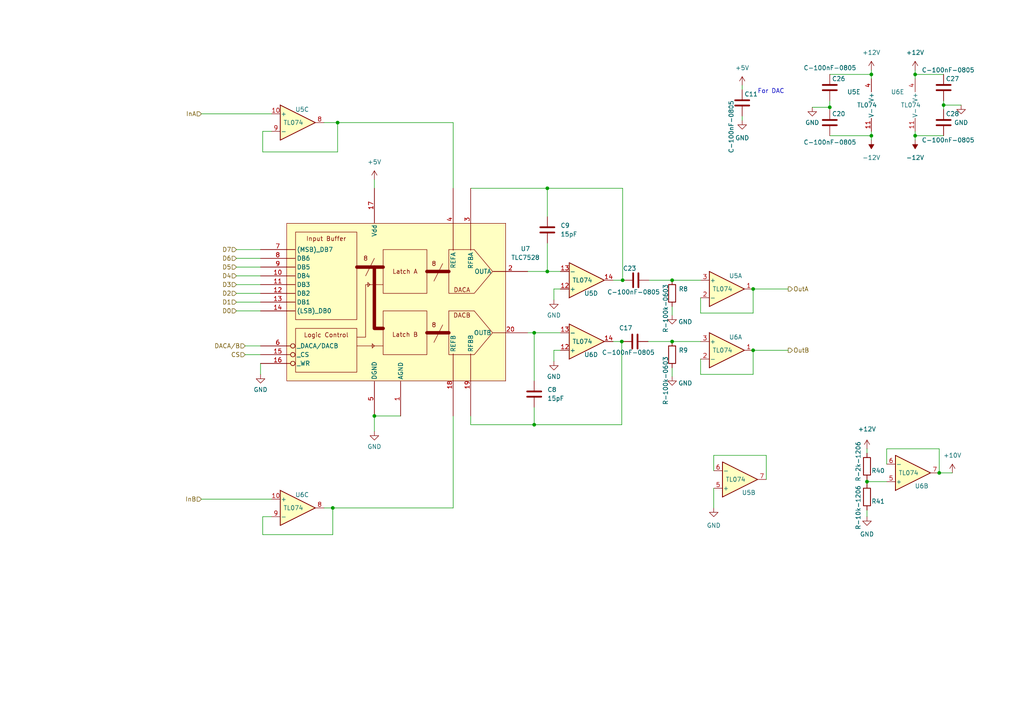
<source format=kicad_sch>
(kicad_sch (version 20211123) (generator eeschema)

  (uuid fe533738-38ee-4dd5-8b1a-e2670e53c1b5)

  (paper "A4")

  (lib_symbols
    (symbol "Device:C" (pin_numbers hide) (pin_names (offset 0.254)) (in_bom yes) (on_board yes)
      (property "Reference" "C" (id 0) (at 0.635 2.54 0)
        (effects (font (size 1.27 1.27)) (justify left))
      )
      (property "Value" "C" (id 1) (at 0.635 -2.54 0)
        (effects (font (size 1.27 1.27)) (justify left))
      )
      (property "Footprint" "" (id 2) (at 0.9652 -3.81 0)
        (effects (font (size 1.27 1.27)) hide)
      )
      (property "Datasheet" "~" (id 3) (at 0 0 0)
        (effects (font (size 1.27 1.27)) hide)
      )
      (property "ki_keywords" "cap capacitor" (id 4) (at 0 0 0)
        (effects (font (size 1.27 1.27)) hide)
      )
      (property "ki_description" "Unpolarized capacitor" (id 5) (at 0 0 0)
        (effects (font (size 1.27 1.27)) hide)
      )
      (property "ki_fp_filters" "C_*" (id 6) (at 0 0 0)
        (effects (font (size 1.27 1.27)) hide)
      )
      (symbol "C_0_1"
        (polyline
          (pts
            (xy -2.032 -0.762)
            (xy 2.032 -0.762)
          )
          (stroke (width 0.508) (type default) (color 0 0 0 0))
          (fill (type none))
        )
        (polyline
          (pts
            (xy -2.032 0.762)
            (xy 2.032 0.762)
          )
          (stroke (width 0.508) (type default) (color 0 0 0 0))
          (fill (type none))
        )
      )
      (symbol "C_1_1"
        (pin passive line (at 0 3.81 270) (length 2.794)
          (name "~" (effects (font (size 1.27 1.27))))
          (number "1" (effects (font (size 1.27 1.27))))
        )
        (pin passive line (at 0 -3.81 90) (length 2.794)
          (name "~" (effects (font (size 1.27 1.27))))
          (number "2" (effects (font (size 1.27 1.27))))
        )
      )
    )
    (symbol "eurorack:C-100nF-0805" (pin_numbers hide) (pin_names (offset 0.254)) (in_bom yes) (on_board yes)
      (property "Reference" "C" (id 0) (at 0.635 2.54 0)
        (effects (font (size 1.27 1.27)) (justify left))
      )
      (property "Value" "C-100nF-0805" (id 1) (at 0.635 -2.54 0)
        (effects (font (size 1.27 1.27)) (justify left))
      )
      (property "Footprint" "Capacitor_SMD:C_0805_2012Metric_Pad1.18x1.45mm_HandSolder" (id 2) (at 0.9652 -3.81 0)
        (effects (font (size 1.27 1.27)) hide)
      )
      (property "Datasheet" "https://secure.reichelt.com/at/en/smd-multilayer-ceramic-capacitor-100-n-10--x7r-g0805-100n-p31879.html?&nbc=1" (id 3) (at 0 0 0)
        (effects (font (size 1.27 1.27)) hide)
      )
      (property "ki_keywords" "cap capacitor" (id 4) (at 0 0 0)
        (effects (font (size 1.27 1.27)) hide)
      )
      (property "ki_description" "Unpolarized capacitor" (id 5) (at 0 0 0)
        (effects (font (size 1.27 1.27)) hide)
      )
      (property "ki_fp_filters" "C_*" (id 6) (at 0 0 0)
        (effects (font (size 1.27 1.27)) hide)
      )
      (symbol "C-100nF-0805_0_1"
        (polyline
          (pts
            (xy -2.032 -0.762)
            (xy 2.032 -0.762)
          )
          (stroke (width 0.508) (type default) (color 0 0 0 0))
          (fill (type none))
        )
        (polyline
          (pts
            (xy -2.032 0.762)
            (xy 2.032 0.762)
          )
          (stroke (width 0.508) (type default) (color 0 0 0 0))
          (fill (type none))
        )
      )
      (symbol "C-100nF-0805_1_1"
        (pin passive line (at 0 3.81 270) (length 2.794)
          (name "~" (effects (font (size 1.27 1.27))))
          (number "1" (effects (font (size 1.27 1.27))))
        )
        (pin passive line (at 0 -3.81 90) (length 2.794)
          (name "~" (effects (font (size 1.27 1.27))))
          (number "2" (effects (font (size 1.27 1.27))))
        )
      )
    )
    (symbol "eurorack:R-100k-0603" (pin_numbers hide) (pin_names (offset 0)) (in_bom yes) (on_board yes)
      (property "Reference" "R" (id 0) (at 2.032 0 90)
        (effects (font (size 1.27 1.27)))
      )
      (property "Value" "R-100k-0603" (id 1) (at -2.54 0 90)
        (effects (font (size 1.27 1.27)))
      )
      (property "Footprint" "Resistor_SMD:R_0603_1608Metric" (id 2) (at -1.778 0 90)
        (effects (font (size 1.27 1.27)) hide)
      )
      (property "Datasheet" "https://www.reichelt.com/at/en/smd-chip-resistor-0603-100-k-ohm-1--smd-0603-100k-p89454.html?&trstct=pos_2&nbc=1" (id 3) (at 0 0 0)
        (effects (font (size 1.27 1.27)) hide)
      )
      (property "P" "100mW" (id 4) (at 0 0 0)
        (effects (font (size 1.27 1.27)) hide)
      )
      (property "Prec" "1%" (id 5) (at 0 0 0)
        (effects (font (size 1.27 1.27)) hide)
      )
      (property "ki_keywords" "R res resistor" (id 6) (at 0 0 0)
        (effects (font (size 1.27 1.27)) hide)
      )
      (property "ki_description" "Resistor" (id 7) (at 0 0 0)
        (effects (font (size 1.27 1.27)) hide)
      )
      (property "ki_fp_filters" "R_*" (id 8) (at 0 0 0)
        (effects (font (size 1.27 1.27)) hide)
      )
      (symbol "R-100k-0603_0_1"
        (rectangle (start -1.016 -2.54) (end 1.016 2.54)
          (stroke (width 0.254) (type default) (color 0 0 0 0))
          (fill (type none))
        )
      )
      (symbol "R-100k-0603_1_1"
        (pin passive line (at 0 3.81 270) (length 1.27)
          (name "~" (effects (font (size 1.27 1.27))))
          (number "1" (effects (font (size 1.27 1.27))))
        )
        (pin passive line (at 0 -3.81 90) (length 1.27)
          (name "~" (effects (font (size 1.27 1.27))))
          (number "2" (effects (font (size 1.27 1.27))))
        )
      )
    )
    (symbol "eurorack:R-10k-1206" (pin_numbers hide) (pin_names (offset 0)) (in_bom yes) (on_board yes)
      (property "Reference" "R" (id 0) (at 2.032 0 90)
        (effects (font (size 1.27 1.27)))
      )
      (property "Value" "R-10k-1206" (id 1) (at -2.54 0 90)
        (effects (font (size 1.27 1.27)))
      )
      (property "Footprint" "Resistor_SMD:R_1206_3216Metric_Pad1.30x1.75mm_HandSolder" (id 2) (at -1.778 0 90)
        (effects (font (size 1.27 1.27)) hide)
      )
      (property "Datasheet" "https://secure.reichelt.com/at/en/smd-chip-resistor-type-1206-10-k-ohm-smd-1-4w-10k-p18244.html?&nbc=1" (id 3) (at 0 0 0)
        (effects (font (size 1.27 1.27)) hide)
      )
      (property "P" "1/4W" (id 4) (at 0 0 0)
        (effects (font (size 1.27 1.27)) hide)
      )
      (property "ki_keywords" "R res resistor" (id 5) (at 0 0 0)
        (effects (font (size 1.27 1.27)) hide)
      )
      (property "ki_description" "Resistor" (id 6) (at 0 0 0)
        (effects (font (size 1.27 1.27)) hide)
      )
      (property "ki_fp_filters" "R_*" (id 7) (at 0 0 0)
        (effects (font (size 1.27 1.27)) hide)
      )
      (symbol "R-10k-1206_0_1"
        (rectangle (start -1.016 -2.54) (end 1.016 2.54)
          (stroke (width 0.254) (type default) (color 0 0 0 0))
          (fill (type none))
        )
      )
      (symbol "R-10k-1206_1_1"
        (pin passive line (at 0 3.81 270) (length 1.27)
          (name "~" (effects (font (size 1.27 1.27))))
          (number "1" (effects (font (size 1.27 1.27))))
        )
        (pin passive line (at 0 -3.81 90) (length 1.27)
          (name "~" (effects (font (size 1.27 1.27))))
          (number "2" (effects (font (size 1.27 1.27))))
        )
      )
    )
    (symbol "eurorack:R-2k-1206" (pin_numbers hide) (pin_names (offset 0)) (in_bom yes) (on_board yes)
      (property "Reference" "R" (id 0) (at 2.032 0 90)
        (effects (font (size 1.27 1.27)))
      )
      (property "Value" "R-2k-1206" (id 1) (at -2.54 0 90)
        (effects (font (size 1.27 1.27)))
      )
      (property "Footprint" "Resistor_SMD:R_1206_3216Metric_Pad1.30x1.75mm_HandSolder" (id 2) (at -1.778 0 90)
        (effects (font (size 1.27 1.27)) hide)
      )
      (property "Datasheet" "https://www.reichelt.com/at/en/smd-resistor-1206-2-kohm-250-mw-1-reel-of-5-000-rnd-1551206-bo-p250397.html?search=SMD+2kohm+1206&&r=1" (id 3) (at 0 0 0)
        (effects (font (size 1.27 1.27)) hide)
      )
      (property "P" "250mW" (id 4) (at 0 0 0)
        (effects (font (size 1.27 1.27)) hide)
      )
      (property "Tolerance" "1%" (id 5) (at 0 0 0)
        (effects (font (size 1.27 1.27)) hide)
      )
      (property "ki_keywords" "R res resistor" (id 6) (at 0 0 0)
        (effects (font (size 1.27 1.27)) hide)
      )
      (property "ki_description" "Resistor" (id 7) (at 0 0 0)
        (effects (font (size 1.27 1.27)) hide)
      )
      (property "ki_fp_filters" "R_*" (id 8) (at 0 0 0)
        (effects (font (size 1.27 1.27)) hide)
      )
      (symbol "R-2k-1206_0_1"
        (rectangle (start -1.016 -2.54) (end 1.016 2.54)
          (stroke (width 0.254) (type default) (color 0 0 0 0))
          (fill (type none))
        )
      )
      (symbol "R-2k-1206_1_1"
        (pin passive line (at 0 3.81 270) (length 1.27)
          (name "~" (effects (font (size 1.27 1.27))))
          (number "1" (effects (font (size 1.27 1.27))))
        )
        (pin passive line (at 0 -3.81 90) (length 1.27)
          (name "~" (effects (font (size 1.27 1.27))))
          (number "2" (effects (font (size 1.27 1.27))))
        )
      )
    )
    (symbol "eurorack:TL074" (pin_names (offset 0.127)) (in_bom yes) (on_board yes)
      (property "Reference" "U" (id 0) (at 0 5.08 0)
        (effects (font (size 1.27 1.27)) (justify left))
      )
      (property "Value" "TL074" (id 1) (at 0 -5.08 0)
        (effects (font (size 1.27 1.27)) (justify left))
      )
      (property "Footprint" "Package_SO:SO-14_5.3x10.2mm_P1.27mm" (id 2) (at -1.27 2.54 0)
        (effects (font (size 1.27 1.27)) hide)
      )
      (property "Datasheet" "https://cdn-reichelt.de/documents/datenblatt/A200/TL074%23STM.pdf" (id 3) (at 1.27 5.08 0)
        (effects (font (size 1.27 1.27)) hide)
      )
      (property "ki_locked" "" (id 4) (at 0 0 0)
        (effects (font (size 1.27 1.27)))
      )
      (property "ki_keywords" "quad opamp" (id 5) (at 0 0 0)
        (effects (font (size 1.27 1.27)) hide)
      )
      (property "ki_description" "Quad Low-Noise JFET-Input Operational Amplifiers, DIP-14/SOIC-14" (id 6) (at 0 0 0)
        (effects (font (size 1.27 1.27)) hide)
      )
      (property "ki_fp_filters" "SOIC*3.9x8.7mm*P1.27mm* DIP*W7.62mm* TSSOP*4.4x5mm*P0.65mm* SSOP*5.3x6.2mm*P0.65mm* MSOP*3x3mm*P0.5mm*" (id 7) (at 0 0 0)
        (effects (font (size 1.27 1.27)) hide)
      )
      (symbol "TL074_1_1"
        (polyline
          (pts
            (xy -5.08 5.08)
            (xy 5.08 0)
            (xy -5.08 -5.08)
            (xy -5.08 5.08)
          )
          (stroke (width 0.254) (type default) (color 0 0 0 0))
          (fill (type background))
        )
        (pin output line (at 7.62 0 180) (length 2.54)
          (name "~" (effects (font (size 1.27 1.27))))
          (number "1" (effects (font (size 1.27 1.27))))
        )
        (pin input line (at -7.62 -2.54 0) (length 2.54)
          (name "-" (effects (font (size 1.27 1.27))))
          (number "2" (effects (font (size 1.27 1.27))))
        )
        (pin input line (at -7.62 2.54 0) (length 2.54)
          (name "+" (effects (font (size 1.27 1.27))))
          (number "3" (effects (font (size 1.27 1.27))))
        )
      )
      (symbol "TL074_2_1"
        (polyline
          (pts
            (xy -5.08 5.08)
            (xy 5.08 0)
            (xy -5.08 -5.08)
            (xy -5.08 5.08)
          )
          (stroke (width 0.254) (type default) (color 0 0 0 0))
          (fill (type background))
        )
        (pin input line (at -7.62 2.54 0) (length 2.54)
          (name "+" (effects (font (size 1.27 1.27))))
          (number "5" (effects (font (size 1.27 1.27))))
        )
        (pin input line (at -7.62 -2.54 0) (length 2.54)
          (name "-" (effects (font (size 1.27 1.27))))
          (number "6" (effects (font (size 1.27 1.27))))
        )
        (pin output line (at 7.62 0 180) (length 2.54)
          (name "~" (effects (font (size 1.27 1.27))))
          (number "7" (effects (font (size 1.27 1.27))))
        )
      )
      (symbol "TL074_3_1"
        (polyline
          (pts
            (xy -5.08 5.08)
            (xy 5.08 0)
            (xy -5.08 -5.08)
            (xy -5.08 5.08)
          )
          (stroke (width 0.254) (type default) (color 0 0 0 0))
          (fill (type background))
        )
        (pin input line (at -7.62 2.54 0) (length 2.54)
          (name "+" (effects (font (size 1.27 1.27))))
          (number "10" (effects (font (size 1.27 1.27))))
        )
        (pin output line (at 7.62 0 180) (length 2.54)
          (name "~" (effects (font (size 1.27 1.27))))
          (number "8" (effects (font (size 1.27 1.27))))
        )
        (pin input line (at -7.62 -2.54 0) (length 2.54)
          (name "-" (effects (font (size 1.27 1.27))))
          (number "9" (effects (font (size 1.27 1.27))))
        )
      )
      (symbol "TL074_4_1"
        (polyline
          (pts
            (xy -5.08 5.08)
            (xy 5.08 0)
            (xy -5.08 -5.08)
            (xy -5.08 5.08)
          )
          (stroke (width 0.254) (type default) (color 0 0 0 0))
          (fill (type background))
        )
        (pin input line (at -7.62 2.54 0) (length 2.54)
          (name "+" (effects (font (size 1.27 1.27))))
          (number "12" (effects (font (size 1.27 1.27))))
        )
        (pin input line (at -7.62 -2.54 0) (length 2.54)
          (name "-" (effects (font (size 1.27 1.27))))
          (number "13" (effects (font (size 1.27 1.27))))
        )
        (pin output line (at 7.62 0 180) (length 2.54)
          (name "~" (effects (font (size 1.27 1.27))))
          (number "14" (effects (font (size 1.27 1.27))))
        )
      )
      (symbol "TL074_5_1"
        (pin power_in line (at -2.54 -7.62 90) (length 3.81)
          (name "V-" (effects (font (size 1.27 1.27))))
          (number "11" (effects (font (size 1.27 1.27))))
        )
        (pin power_in line (at -2.54 7.62 270) (length 3.81)
          (name "V+" (effects (font (size 1.27 1.27))))
          (number "4" (effects (font (size 1.27 1.27))))
        )
      )
    )
    (symbol "eurorack:TLC7528" (in_bom yes) (on_board yes)
      (property "Reference" "U" (id 0) (at 33.02 25.4 0)
        (effects (font (size 1.27 1.27)))
      )
      (property "Value" "TLC7528" (id 1) (at 0 0 0)
        (effects (font (size 1.27 1.27)))
      )
      (property "Footprint" "Package_SO:SOIC-20W_7.5x12.8mm_P1.27mm" (id 2) (at 0 0 0)
        (effects (font (size 1.27 1.27)) hide)
      )
      (property "Datasheet" "https://www.ti.com/lit/ds/symlink/tlc7528.pdf" (id 3) (at 0 0 0)
        (effects (font (size 1.27 1.27)) hide)
      )
      (symbol "TLC7528_0_0"
        (rectangle (start -33.02 22.86) (end 30.48 -22.86)
          (stroke (width 0) (type default) (color 0 0 0 0))
          (fill (type background))
        )
        (rectangle (start -30.48 -7.62) (end -12.7 -20.32)
          (stroke (width 0) (type default) (color 0 0 0 0))
          (fill (type none))
        )
        (rectangle (start -5.08 -2.54) (end 7.62 -15.24)
          (stroke (width 0) (type default) (color 0 0 0 0))
          (fill (type none))
        )
        (rectangle (start -5.08 15.24) (end 7.62 2.54)
          (stroke (width 0) (type default) (color 0 0 0 0))
          (fill (type none))
        )
        (polyline
          (pts
            (xy -12.7 -12.7)
            (xy -5.08 -12.7)
          )
          (stroke (width 0) (type default) (color 0 0 0 0))
          (fill (type none))
        )
        (polyline
          (pts
            (xy -12.7 10.16)
            (xy -5.08 10.16)
          )
          (stroke (width 1) (type default) (color 0 0 0 0))
          (fill (type none))
        )
        (polyline
          (pts
            (xy -10.16 7.62)
            (xy -7.62 12.7)
          )
          (stroke (width 0) (type default) (color 0 0 0 0))
          (fill (type none))
        )
        (polyline
          (pts
            (xy -8.89 5.08)
            (xy -9.525 4.445)
          )
          (stroke (width 0) (type default) (color 0 0 0 0))
          (fill (type none))
        )
        (polyline
          (pts
            (xy -7.62 -12.7)
            (xy -8.255 -12.065)
          )
          (stroke (width 0) (type default) (color 0 0 0 0))
          (fill (type none))
        )
        (polyline
          (pts
            (xy 7.62 -8.89)
            (xy 13.97 -8.89)
          )
          (stroke (width 1) (type default) (color 0 0 0 0))
          (fill (type none))
        )
        (polyline
          (pts
            (xy 7.62 8.89)
            (xy 13.97 8.89)
          )
          (stroke (width 1) (type default) (color 0 0 0 0))
          (fill (type none))
        )
        (polyline
          (pts
            (xy 9.652 -11.684)
            (xy 12.192 -6.604)
          )
          (stroke (width 0) (type default) (color 0 0 0 0))
          (fill (type none))
        )
        (polyline
          (pts
            (xy 9.652 6.096)
            (xy 12.192 11.176)
          )
          (stroke (width 0) (type default) (color 0 0 0 0))
          (fill (type none))
        )
        (polyline
          (pts
            (xy 13.97 -2.54)
            (xy 21.336 -2.54)
          )
          (stroke (width 0) (type default) (color 0 0 0 0))
          (fill (type none))
        )
        (polyline
          (pts
            (xy 13.97 15.24)
            (xy 21.336 15.24)
          )
          (stroke (width 0) (type default) (color 0 0 0 0))
          (fill (type none))
        )
        (polyline
          (pts
            (xy -8.89 5.08)
            (xy -9.525 5.715)
            (xy -9.525 4.445)
          )
          (stroke (width 0) (type default) (color 0 0 0 0))
          (fill (type none))
        )
        (polyline
          (pts
            (xy -7.62 -12.7)
            (xy -8.255 -13.335)
            (xy -8.255 -12.065)
          )
          (stroke (width 0) (type default) (color 0 0 0 0))
          (fill (type none))
        )
        (polyline
          (pts
            (xy -7.62 10.16)
            (xy -7.62 -7.62)
            (xy -5.08 -7.62)
          )
          (stroke (width 1) (type default) (color 0 0 0 0))
          (fill (type none))
        )
        (polyline
          (pts
            (xy -12.7 -10.16)
            (xy -10.16 -10.16)
            (xy -10.16 5.08)
            (xy -5.08 5.08)
          )
          (stroke (width 0) (type default) (color 0 0 0 0))
          (fill (type none))
        )
        (polyline
          (pts
            (xy 13.97 -2.54)
            (xy 13.97 -15.24)
            (xy 21.336 -15.24)
            (xy 26.67 -8.89)
            (xy 21.336 -2.54)
          )
          (stroke (width 0) (type default) (color 0 0 0 0))
          (fill (type none))
        )
        (polyline
          (pts
            (xy 13.97 15.24)
            (xy 13.97 2.54)
            (xy 21.336 2.54)
            (xy 26.67 8.89)
            (xy 21.336 15.24)
          )
          (stroke (width 0) (type default) (color 0 0 0 0))
          (fill (type none))
        )
        (text "8" (at -10.16 12.7 0)
          (effects (font (size 1.27 1.27)))
        )
        (text "8" (at 9.652 -6.604 0)
          (effects (font (size 1.27 1.27)))
        )
        (text "8" (at 9.652 11.176 0)
          (effects (font (size 1.27 1.27)))
        )
        (text "DACA" (at 17.78 3.556 0)
          (effects (font (size 1.27 1.27)))
        )
        (text "DACB" (at 17.78 -3.81 0)
          (effects (font (size 1.27 1.27)))
        )
        (text "Input Buffer" (at -21.59 18.415 0)
          (effects (font (size 1.27 1.27)))
        )
        (text "Latch A" (at 1.27 8.89 0)
          (effects (font (size 1.27 1.27)))
        )
        (text "Latch B" (at 1.27 -9.398 0)
          (effects (font (size 1.27 1.27)))
        )
        (text "Logic Control" (at -21.59 -9.525 0)
          (effects (font (size 1.27 1.27)))
        )
        (pin power_in line (at 0 -33.02 90) (length 10)
          (name "AGND" (effects (font (size 1.27 1.27))))
          (number "1" (effects (font (size 1.27 1.27))))
        )
        (pin input line (at -40.64 7.62 0) (length 10)
          (name "DB4" (effects (font (size 1.27 1.27))))
          (number "10" (effects (font (size 1.27 1.27))))
        )
        (pin input line (at -40.64 5.08 0) (length 10)
          (name "DB3" (effects (font (size 1.27 1.27))))
          (number "11" (effects (font (size 1.27 1.27))))
        )
        (pin input line (at -40.64 2.54 0) (length 10)
          (name "DB2" (effects (font (size 1.27 1.27))))
          (number "12" (effects (font (size 1.27 1.27))))
        )
        (pin input line (at -40.64 0 0) (length 10)
          (name "DB1" (effects (font (size 1.27 1.27))))
          (number "13" (effects (font (size 1.27 1.27))))
        )
        (pin input line (at -40.64 -2.54 0) (length 10)
          (name "(LSB)_DB0" (effects (font (size 1.27 1.27))))
          (number "14" (effects (font (size 1.27 1.27))))
        )
        (pin input inverted (at -40.64 -15.24 0) (length 10)
          (name "_CS" (effects (font (size 1.27 1.27))))
          (number "15" (effects (font (size 1.27 1.27))))
        )
        (pin input inverted (at -40.64 -17.78 0) (length 10)
          (name "_WR" (effects (font (size 1.27 1.27))))
          (number "16" (effects (font (size 1.27 1.27))))
        )
        (pin power_in line (at -7.62 33.02 270) (length 10)
          (name "Vdd" (effects (font (size 1.27 1.27))))
          (number "17" (effects (font (size 1.27 1.27))))
        )
        (pin input line (at 15.24 -33.02 90) (length 18)
          (name "REFB" (effects (font (size 1.27 1.27))))
          (number "18" (effects (font (size 1.27 1.27))))
        )
        (pin input line (at 20.32 -33.02 90) (length 18)
          (name "RFBB" (effects (font (size 1.27 1.27))))
          (number "19" (effects (font (size 1.27 1.27))))
        )
        (pin output line (at 36.83 8.89 180) (length 10)
          (name "OUTA" (effects (font (size 1.27 1.27))))
          (number "2" (effects (font (size 1.27 1.27))))
        )
        (pin output line (at 36.83 -8.89 180) (length 10)
          (name "OUTB" (effects (font (size 1.27 1.27))))
          (number "20" (effects (font (size 1.27 1.27))))
        )
        (pin input line (at 20.32 33.02 270) (length 18)
          (name "RFBA" (effects (font (size 1.27 1.27))))
          (number "3" (effects (font (size 1.27 1.27))))
        )
        (pin input line (at 15.24 33.02 270) (length 18)
          (name "REFA" (effects (font (size 1.27 1.27))))
          (number "4" (effects (font (size 1.27 1.27))))
        )
        (pin power_in line (at -7.62 -33.02 90) (length 10)
          (name "DGND" (effects (font (size 1.27 1.27))))
          (number "5" (effects (font (size 1.27 1.27))))
        )
        (pin input inverted (at -40.64 -12.7 0) (length 10)
          (name "_DACA/DACB" (effects (font (size 1.27 1.27))))
          (number "6" (effects (font (size 1.27 1.27))))
        )
        (pin input line (at -40.64 15.24 0) (length 10)
          (name "(MSB)_DB7" (effects (font (size 1.27 1.27))))
          (number "7" (effects (font (size 1.27 1.27))))
        )
        (pin input line (at -40.64 12.7 0) (length 10)
          (name "DB6" (effects (font (size 1.27 1.27))))
          (number "8" (effects (font (size 1.27 1.27))))
        )
        (pin input line (at -40.64 10.16 0) (length 10)
          (name "DB5" (effects (font (size 1.27 1.27))))
          (number "9" (effects (font (size 1.27 1.27))))
        )
      )
      (symbol "TLC7528_0_1"
        (rectangle (start -30.48 20.32) (end -12.7 -5.08)
          (stroke (width 0) (type default) (color 0 0 0 0))
          (fill (type none))
        )
      )
    )
    (symbol "power:+10V" (power) (pin_names (offset 0)) (in_bom yes) (on_board yes)
      (property "Reference" "#PWR" (id 0) (at 0 -3.81 0)
        (effects (font (size 1.27 1.27)) hide)
      )
      (property "Value" "+10V" (id 1) (at 0 3.556 0)
        (effects (font (size 1.27 1.27)))
      )
      (property "Footprint" "" (id 2) (at 0 0 0)
        (effects (font (size 1.27 1.27)) hide)
      )
      (property "Datasheet" "" (id 3) (at 0 0 0)
        (effects (font (size 1.27 1.27)) hide)
      )
      (property "ki_keywords" "power-flag" (id 4) (at 0 0 0)
        (effects (font (size 1.27 1.27)) hide)
      )
      (property "ki_description" "Power symbol creates a global label with name \"+10V\"" (id 5) (at 0 0 0)
        (effects (font (size 1.27 1.27)) hide)
      )
      (symbol "+10V_0_1"
        (polyline
          (pts
            (xy -0.762 1.27)
            (xy 0 2.54)
          )
          (stroke (width 0) (type default) (color 0 0 0 0))
          (fill (type none))
        )
        (polyline
          (pts
            (xy 0 0)
            (xy 0 2.54)
          )
          (stroke (width 0) (type default) (color 0 0 0 0))
          (fill (type none))
        )
        (polyline
          (pts
            (xy 0 2.54)
            (xy 0.762 1.27)
          )
          (stroke (width 0) (type default) (color 0 0 0 0))
          (fill (type none))
        )
      )
      (symbol "+10V_1_1"
        (pin power_in line (at 0 0 90) (length 0) hide
          (name "+10V" (effects (font (size 1.27 1.27))))
          (number "1" (effects (font (size 1.27 1.27))))
        )
      )
    )
    (symbol "power:+12V" (power) (pin_names (offset 0)) (in_bom yes) (on_board yes)
      (property "Reference" "#PWR" (id 0) (at 0 -3.81 0)
        (effects (font (size 1.27 1.27)) hide)
      )
      (property "Value" "+12V" (id 1) (at 0 3.556 0)
        (effects (font (size 1.27 1.27)))
      )
      (property "Footprint" "" (id 2) (at 0 0 0)
        (effects (font (size 1.27 1.27)) hide)
      )
      (property "Datasheet" "" (id 3) (at 0 0 0)
        (effects (font (size 1.27 1.27)) hide)
      )
      (property "ki_keywords" "power-flag" (id 4) (at 0 0 0)
        (effects (font (size 1.27 1.27)) hide)
      )
      (property "ki_description" "Power symbol creates a global label with name \"+12V\"" (id 5) (at 0 0 0)
        (effects (font (size 1.27 1.27)) hide)
      )
      (symbol "+12V_0_1"
        (polyline
          (pts
            (xy -0.762 1.27)
            (xy 0 2.54)
          )
          (stroke (width 0) (type default) (color 0 0 0 0))
          (fill (type none))
        )
        (polyline
          (pts
            (xy 0 0)
            (xy 0 2.54)
          )
          (stroke (width 0) (type default) (color 0 0 0 0))
          (fill (type none))
        )
        (polyline
          (pts
            (xy 0 2.54)
            (xy 0.762 1.27)
          )
          (stroke (width 0) (type default) (color 0 0 0 0))
          (fill (type none))
        )
      )
      (symbol "+12V_1_1"
        (pin power_in line (at 0 0 90) (length 0) hide
          (name "+12V" (effects (font (size 1.27 1.27))))
          (number "1" (effects (font (size 1.27 1.27))))
        )
      )
    )
    (symbol "power:+5V" (power) (pin_names (offset 0)) (in_bom yes) (on_board yes)
      (property "Reference" "#PWR" (id 0) (at 0 -3.81 0)
        (effects (font (size 1.27 1.27)) hide)
      )
      (property "Value" "+5V" (id 1) (at 0 3.556 0)
        (effects (font (size 1.27 1.27)))
      )
      (property "Footprint" "" (id 2) (at 0 0 0)
        (effects (font (size 1.27 1.27)) hide)
      )
      (property "Datasheet" "" (id 3) (at 0 0 0)
        (effects (font (size 1.27 1.27)) hide)
      )
      (property "ki_keywords" "power-flag" (id 4) (at 0 0 0)
        (effects (font (size 1.27 1.27)) hide)
      )
      (property "ki_description" "Power symbol creates a global label with name \"+5V\"" (id 5) (at 0 0 0)
        (effects (font (size 1.27 1.27)) hide)
      )
      (symbol "+5V_0_1"
        (polyline
          (pts
            (xy -0.762 1.27)
            (xy 0 2.54)
          )
          (stroke (width 0) (type default) (color 0 0 0 0))
          (fill (type none))
        )
        (polyline
          (pts
            (xy 0 0)
            (xy 0 2.54)
          )
          (stroke (width 0) (type default) (color 0 0 0 0))
          (fill (type none))
        )
        (polyline
          (pts
            (xy 0 2.54)
            (xy 0.762 1.27)
          )
          (stroke (width 0) (type default) (color 0 0 0 0))
          (fill (type none))
        )
      )
      (symbol "+5V_1_1"
        (pin power_in line (at 0 0 90) (length 0) hide
          (name "+5V" (effects (font (size 1.27 1.27))))
          (number "1" (effects (font (size 1.27 1.27))))
        )
      )
    )
    (symbol "power:-12V" (power) (pin_names (offset 0)) (in_bom yes) (on_board yes)
      (property "Reference" "#PWR" (id 0) (at 0 2.54 0)
        (effects (font (size 1.27 1.27)) hide)
      )
      (property "Value" "-12V" (id 1) (at 0 3.81 0)
        (effects (font (size 1.27 1.27)))
      )
      (property "Footprint" "" (id 2) (at 0 0 0)
        (effects (font (size 1.27 1.27)) hide)
      )
      (property "Datasheet" "" (id 3) (at 0 0 0)
        (effects (font (size 1.27 1.27)) hide)
      )
      (property "ki_keywords" "power-flag" (id 4) (at 0 0 0)
        (effects (font (size 1.27 1.27)) hide)
      )
      (property "ki_description" "Power symbol creates a global label with name \"-12V\"" (id 5) (at 0 0 0)
        (effects (font (size 1.27 1.27)) hide)
      )
      (symbol "-12V_0_0"
        (pin power_in line (at 0 0 90) (length 0) hide
          (name "-12V" (effects (font (size 1.27 1.27))))
          (number "1" (effects (font (size 1.27 1.27))))
        )
      )
      (symbol "-12V_0_1"
        (polyline
          (pts
            (xy 0 0)
            (xy 0 1.27)
            (xy 0.762 1.27)
            (xy 0 2.54)
            (xy -0.762 1.27)
            (xy 0 1.27)
          )
          (stroke (width 0) (type default) (color 0 0 0 0))
          (fill (type outline))
        )
      )
    )
    (symbol "power:GND" (power) (pin_names (offset 0)) (in_bom yes) (on_board yes)
      (property "Reference" "#PWR" (id 0) (at 0 -6.35 0)
        (effects (font (size 1.27 1.27)) hide)
      )
      (property "Value" "GND" (id 1) (at 0 -3.81 0)
        (effects (font (size 1.27 1.27)))
      )
      (property "Footprint" "" (id 2) (at 0 0 0)
        (effects (font (size 1.27 1.27)) hide)
      )
      (property "Datasheet" "" (id 3) (at 0 0 0)
        (effects (font (size 1.27 1.27)) hide)
      )
      (property "ki_keywords" "power-flag" (id 4) (at 0 0 0)
        (effects (font (size 1.27 1.27)) hide)
      )
      (property "ki_description" "Power symbol creates a global label with name \"GND\" , ground" (id 5) (at 0 0 0)
        (effects (font (size 1.27 1.27)) hide)
      )
      (symbol "GND_0_1"
        (polyline
          (pts
            (xy 0 0)
            (xy 0 -1.27)
            (xy 1.27 -1.27)
            (xy 0 -2.54)
            (xy -1.27 -1.27)
            (xy 0 -1.27)
          )
          (stroke (width 0) (type default) (color 0 0 0 0))
          (fill (type none))
        )
      )
      (symbol "GND_1_1"
        (pin power_in line (at 0 0 270) (length 0) hide
          (name "GND" (effects (font (size 1.27 1.27))))
          (number "1" (effects (font (size 1.27 1.27))))
        )
      )
    )
  )

  (junction (at 158.75 54.61) (diameter 0) (color 0 0 0 0)
    (uuid 05e95dcf-94b5-46f7-ae76-781ba7f7a267)
  )
  (junction (at 252.73 21.59) (diameter 0) (color 0 0 0 0)
    (uuid 1c01702a-9749-4f0e-abbb-831118dc6537)
  )
  (junction (at 252.73 39.37) (diameter 0) (color 0 0 0 0)
    (uuid 1ca969ad-8ac9-4100-8d9b-9b13f2f09664)
  )
  (junction (at 273.685 30.48) (diameter 0) (color 0 0 0 0)
    (uuid 3874cace-84bf-43b2-a901-b216b5a5ca13)
  )
  (junction (at 194.945 81.28) (diameter 0) (color 0 0 0 0)
    (uuid 428f9c71-b18b-4e86-8ac0-ddd7e622d572)
  )
  (junction (at 108.585 120.65) (diameter 0) (color 0 0 0 0)
    (uuid 6389fd86-b22e-4c72-83ae-2fcc4558e698)
  )
  (junction (at 272.415 137.16) (diameter 0) (color 0 0 0 0)
    (uuid 672ba6ab-7e15-477e-8891-fde42dfb52a3)
  )
  (junction (at 194.945 99.06) (diameter 0) (color 0 0 0 0)
    (uuid 745372af-2d25-4c72-ab26-08988757d7c5)
  )
  (junction (at 180.34 99.06) (diameter 0) (color 0 0 0 0)
    (uuid 75536b74-caf1-4ad0-a29e-8462c34a2632)
  )
  (junction (at 265.43 39.37) (diameter 0) (color 0 0 0 0)
    (uuid 7a6d9b8f-656c-442d-9cb7-2dbe8b150f40)
  )
  (junction (at 97.917 35.56) (diameter 0) (color 0 0 0 0)
    (uuid 80428b9d-7a48-45de-9c93-e733f047df85)
  )
  (junction (at 158.75 78.74) (diameter 0) (color 0 0 0 0)
    (uuid 8c669f3f-5337-44cf-a834-fc188d2f0b09)
  )
  (junction (at 218.44 101.6) (diameter 0) (color 0 0 0 0)
    (uuid 8eac22d1-f6b0-4183-8a6f-0ad2a70ea6eb)
  )
  (junction (at 265.43 21.59) (diameter 0) (color 0 0 0 0)
    (uuid b1d73817-0e6d-4ec8-8d55-c3ccf2593037)
  )
  (junction (at 154.94 123.19) (diameter 0) (color 0 0 0 0)
    (uuid b2c96dc4-a77f-4f9a-923f-f41fa7925d87)
  )
  (junction (at 96.52 147.32) (diameter 0) (color 0 0 0 0)
    (uuid c4d69fae-c60b-407d-b801-efb658b88e86)
  )
  (junction (at 218.44 83.82) (diameter 0) (color 0 0 0 0)
    (uuid c5a80e92-3150-4619-bfac-21cce685f230)
  )
  (junction (at 154.94 96.52) (diameter 0) (color 0 0 0 0)
    (uuid c6c21e30-4739-4c9b-9498-3ed05042efd6)
  )
  (junction (at 180.594 81.28) (diameter 0) (color 0 0 0 0)
    (uuid cfdbc1ab-36da-44e7-b1d7-5daa60131027)
  )
  (junction (at 251.46 139.7) (diameter 0) (color 0 0 0 0)
    (uuid d3c09687-6776-429c-8859-c74b70aa83ef)
  )
  (junction (at 240.665 31.115) (diameter 0) (color 0 0 0 0)
    (uuid fe0eb382-9c48-4c5f-a67c-d71861a2c5b5)
  )

  (wire (pts (xy 58.42 33.02) (xy 78.74 33.02))
    (stroke (width 0) (type default) (color 0 0 0 0))
    (uuid 037f25b0-52af-420f-9ca3-72a99a39df2b)
  )
  (wire (pts (xy 252.73 21.59) (xy 252.73 22.86))
    (stroke (width 0) (type default) (color 0 0 0 0))
    (uuid 0a989bb2-e9f2-4a38-a333-d1fa05b74234)
  )
  (wire (pts (xy 153.035 78.74) (xy 158.75 78.74))
    (stroke (width 0) (type default) (color 0 0 0 0))
    (uuid 0c6899da-97e5-44e8-b9a9-b5deb4ca412a)
  )
  (wire (pts (xy 252.73 38.1) (xy 252.73 39.37))
    (stroke (width 0) (type default) (color 0 0 0 0))
    (uuid 0c6e2281-94ba-4918-bfb2-744dac057c51)
  )
  (wire (pts (xy 235.585 31.115) (xy 240.665 31.115))
    (stroke (width 0) (type default) (color 0 0 0 0))
    (uuid 0cae1197-6fd9-4c3b-895a-e11f0b2ab902)
  )
  (wire (pts (xy 265.43 39.37) (xy 265.43 40.64))
    (stroke (width 0) (type default) (color 0 0 0 0))
    (uuid 13a27f33-f556-46e9-9c1f-539d2d1ebaa1)
  )
  (wire (pts (xy 68.58 82.55) (xy 75.565 82.55))
    (stroke (width 0) (type default) (color 0 0 0 0))
    (uuid 14db508f-d9cf-4f49-99d5-82d65f93723e)
  )
  (wire (pts (xy 68.58 87.63) (xy 75.565 87.63))
    (stroke (width 0) (type default) (color 0 0 0 0))
    (uuid 1795d8c1-9805-4274-b5f9-bc055ee91144)
  )
  (wire (pts (xy 194.945 106.68) (xy 194.945 109.22))
    (stroke (width 0) (type default) (color 0 0 0 0))
    (uuid 1976994c-f238-4f3a-bd02-147734db4ec4)
  )
  (wire (pts (xy 96.52 147.32) (xy 93.98 147.32))
    (stroke (width 0) (type default) (color 0 0 0 0))
    (uuid 1c9149e9-1617-4a42-85d8-8627556b5456)
  )
  (wire (pts (xy 203.2 90.805) (xy 218.44 90.805))
    (stroke (width 0) (type default) (color 0 0 0 0))
    (uuid 1e0b40e6-f88b-4349-9eee-60838e0e3782)
  )
  (wire (pts (xy 252.73 20.32) (xy 252.73 21.59))
    (stroke (width 0) (type default) (color 0 0 0 0))
    (uuid 1efc6c7a-99c4-40c4-94e9-8aa6a2db7374)
  )
  (wire (pts (xy 76.2 155.067) (xy 96.52 155.067))
    (stroke (width 0) (type default) (color 0 0 0 0))
    (uuid 1f7c8318-6bc4-442e-a7c5-6d2133a71d61)
  )
  (wire (pts (xy 71.12 100.33) (xy 75.565 100.33))
    (stroke (width 0) (type default) (color 0 0 0 0))
    (uuid 20712e96-b08e-4b92-a3b2-d7345feeb406)
  )
  (wire (pts (xy 68.58 72.39) (xy 75.565 72.39))
    (stroke (width 0) (type default) (color 0 0 0 0))
    (uuid 27058d2e-6b22-401d-aaf0-8eca19e9f04a)
  )
  (wire (pts (xy 218.44 83.82) (xy 228.6 83.82))
    (stroke (width 0) (type default) (color 0 0 0 0))
    (uuid 271d5ab7-8ead-494c-b000-c2d72d8a1195)
  )
  (wire (pts (xy 93.98 35.56) (xy 97.917 35.56))
    (stroke (width 0) (type default) (color 0 0 0 0))
    (uuid 288da9d0-7d6f-4a6f-9505-f3509f431892)
  )
  (wire (pts (xy 71.12 102.87) (xy 75.565 102.87))
    (stroke (width 0) (type default) (color 0 0 0 0))
    (uuid 2b19ecf3-8009-400f-8d81-1c8597cf7bbc)
  )
  (wire (pts (xy 273.685 39.37) (xy 265.43 39.37))
    (stroke (width 0) (type default) (color 0 0 0 0))
    (uuid 33717763-96d9-4342-a61c-dbb854b224e3)
  )
  (wire (pts (xy 251.46 147.955) (xy 251.46 149.86))
    (stroke (width 0) (type default) (color 0 0 0 0))
    (uuid 347bdacd-db9a-4233-a328-2b93fe44d939)
  )
  (wire (pts (xy 194.945 81.28) (xy 203.2 81.28))
    (stroke (width 0) (type default) (color 0 0 0 0))
    (uuid 37b09751-3856-455f-86dd-bc62f31d1da2)
  )
  (wire (pts (xy 58.42 144.78) (xy 78.74 144.78))
    (stroke (width 0) (type default) (color 0 0 0 0))
    (uuid 38e59e9c-3083-4b33-beb2-75c61bb00b69)
  )
  (wire (pts (xy 68.58 85.09) (xy 75.565 85.09))
    (stroke (width 0) (type default) (color 0 0 0 0))
    (uuid 39ef8f0e-d902-4c0f-985f-77b795cb13eb)
  )
  (wire (pts (xy 218.44 108.585) (xy 218.44 101.6))
    (stroke (width 0) (type default) (color 0 0 0 0))
    (uuid 3a2ee674-7959-4070-b509-6fbaa5315fd0)
  )
  (wire (pts (xy 273.685 29.21) (xy 273.685 30.48))
    (stroke (width 0) (type default) (color 0 0 0 0))
    (uuid 3c92a84b-501a-4b14-a078-9657dc3a24b1)
  )
  (wire (pts (xy 180.594 54.61) (xy 180.594 81.28))
    (stroke (width 0) (type default) (color 0 0 0 0))
    (uuid 405273ca-19ff-47eb-8478-d0e7cfccc03d)
  )
  (wire (pts (xy 265.43 38.1) (xy 265.43 39.37))
    (stroke (width 0) (type default) (color 0 0 0 0))
    (uuid 45af50f4-c22d-4aa8-a680-49a5644796f9)
  )
  (wire (pts (xy 252.73 39.37) (xy 252.73 40.64))
    (stroke (width 0) (type default) (color 0 0 0 0))
    (uuid 49707c23-ab9a-4fb1-bd9a-f059a8875781)
  )
  (wire (pts (xy 203.2 86.36) (xy 203.2 90.805))
    (stroke (width 0) (type default) (color 0 0 0 0))
    (uuid 4b17e314-623b-4b54-882d-60a97b50cf9a)
  )
  (wire (pts (xy 273.685 30.48) (xy 278.765 30.48))
    (stroke (width 0) (type default) (color 0 0 0 0))
    (uuid 4e537efd-79d8-4d91-b9c0-2d5dc9f7cfcb)
  )
  (wire (pts (xy 162.56 101.6) (xy 160.655 101.6))
    (stroke (width 0) (type default) (color 0 0 0 0))
    (uuid 4fad33db-cce3-44fe-9ec3-efd4064be104)
  )
  (wire (pts (xy 158.75 78.74) (xy 162.56 78.74))
    (stroke (width 0) (type default) (color 0 0 0 0))
    (uuid 50588da8-90f0-4c92-aafe-39de62e92f76)
  )
  (wire (pts (xy 108.585 120.65) (xy 108.585 125.095))
    (stroke (width 0) (type default) (color 0 0 0 0))
    (uuid 50909317-84b5-4df7-b96c-bb1150df8c70)
  )
  (wire (pts (xy 158.75 54.61) (xy 158.75 62.865))
    (stroke (width 0) (type default) (color 0 0 0 0))
    (uuid 5191fcd1-f005-4ef2-aeac-a07ba17ed76b)
  )
  (wire (pts (xy 273.685 30.48) (xy 273.685 31.75))
    (stroke (width 0) (type default) (color 0 0 0 0))
    (uuid 51fcbe10-e9da-4b43-94e1-859f9ff9fbea)
  )
  (wire (pts (xy 203.2 104.14) (xy 203.2 108.585))
    (stroke (width 0) (type default) (color 0 0 0 0))
    (uuid 55fb1899-3dc7-441f-8cf0-25bb8dafce59)
  )
  (wire (pts (xy 75.565 105.41) (xy 75.565 108.585))
    (stroke (width 0) (type default) (color 0 0 0 0))
    (uuid 59ad86c4-360f-4221-ac97-0763c14b063a)
  )
  (wire (pts (xy 68.58 80.01) (xy 75.565 80.01))
    (stroke (width 0) (type default) (color 0 0 0 0))
    (uuid 62147b14-65e9-492d-9e45-93585ac19211)
  )
  (wire (pts (xy 251.46 139.065) (xy 251.46 139.7))
    (stroke (width 0) (type default) (color 0 0 0 0))
    (uuid 6384d687-198b-479b-91c7-8d537fc6f634)
  )
  (wire (pts (xy 76.2 149.86) (xy 76.2 155.067))
    (stroke (width 0) (type default) (color 0 0 0 0))
    (uuid 683298e4-669a-477a-96c4-5ba53cff92df)
  )
  (wire (pts (xy 158.75 70.485) (xy 158.75 78.74))
    (stroke (width 0) (type default) (color 0 0 0 0))
    (uuid 69760406-1efe-49d7-ae27-69bfc8171191)
  )
  (wire (pts (xy 97.917 35.56) (xy 131.445 35.56))
    (stroke (width 0) (type default) (color 0 0 0 0))
    (uuid 6c7fa2b7-7fec-4373-82a5-0ed5f91975d8)
  )
  (wire (pts (xy 240.665 31.115) (xy 240.665 31.75))
    (stroke (width 0) (type default) (color 0 0 0 0))
    (uuid 6e2bc561-b9af-469b-ba16-3370ae647e25)
  )
  (wire (pts (xy 257.175 130.175) (xy 272.415 130.175))
    (stroke (width 0) (type default) (color 0 0 0 0))
    (uuid 6f52ce04-d1de-4f53-8865-411d86b4ef12)
  )
  (wire (pts (xy 136.525 54.61) (xy 158.75 54.61))
    (stroke (width 0) (type default) (color 0 0 0 0))
    (uuid 72a13574-a2da-4443-8753-5ca6e18ec09e)
  )
  (wire (pts (xy 97.917 44.069) (xy 97.917 35.56))
    (stroke (width 0) (type default) (color 0 0 0 0))
    (uuid 7375049f-5d41-4c4d-8f15-f679432426da)
  )
  (wire (pts (xy 240.665 29.21) (xy 240.665 31.115))
    (stroke (width 0) (type default) (color 0 0 0 0))
    (uuid 73aacba5-7bbc-40a6-8669-8502f29d3371)
  )
  (wire (pts (xy 218.44 90.805) (xy 218.44 83.82))
    (stroke (width 0) (type default) (color 0 0 0 0))
    (uuid 7c1f0bde-4bd9-487f-8184-1797b010dc82)
  )
  (wire (pts (xy 180.34 123.19) (xy 180.34 99.06))
    (stroke (width 0) (type default) (color 0 0 0 0))
    (uuid 7fbce0fb-07d2-41be-80c9-ffe7cedb9f56)
  )
  (wire (pts (xy 257.175 134.62) (xy 257.175 130.175))
    (stroke (width 0) (type default) (color 0 0 0 0))
    (uuid 7fc8628c-44ea-40f9-b2e2-a2d2d37eff2f)
  )
  (wire (pts (xy 207.01 136.525) (xy 207.01 132.08))
    (stroke (width 0) (type default) (color 0 0 0 0))
    (uuid 8186403f-94b0-45ca-bf40-7622d21b29a8)
  )
  (wire (pts (xy 180.34 99.06) (xy 177.8 99.06))
    (stroke (width 0) (type default) (color 0 0 0 0))
    (uuid 8314274a-4092-499d-9cbe-08dea45c7e6b)
  )
  (wire (pts (xy 188.214 81.28) (xy 194.945 81.28))
    (stroke (width 0) (type default) (color 0 0 0 0))
    (uuid 852509bc-5384-44a4-ae20-b3d371a43047)
  )
  (wire (pts (xy 194.945 99.06) (xy 203.2 99.06))
    (stroke (width 0) (type default) (color 0 0 0 0))
    (uuid 8763fd10-1afe-462a-b353-a1d72f240243)
  )
  (wire (pts (xy 108.585 120.65) (xy 116.205 120.65))
    (stroke (width 0) (type default) (color 0 0 0 0))
    (uuid 87782b1b-04e9-4cec-bbf5-2df6d1be2efa)
  )
  (wire (pts (xy 265.43 21.59) (xy 265.43 22.86))
    (stroke (width 0) (type default) (color 0 0 0 0))
    (uuid 885a3ff3-a9fa-428a-ba9d-f039cd097687)
  )
  (wire (pts (xy 78.74 38.1) (xy 76.2 38.1))
    (stroke (width 0) (type default) (color 0 0 0 0))
    (uuid 88fdd2a8-0eec-4712-a1b7-489806cd2c3b)
  )
  (wire (pts (xy 218.44 101.6) (xy 228.6 101.6))
    (stroke (width 0) (type default) (color 0 0 0 0))
    (uuid 8957475c-0821-44c9-a2cc-762511f22aea)
  )
  (wire (pts (xy 160.655 101.6) (xy 160.655 104.775))
    (stroke (width 0) (type default) (color 0 0 0 0))
    (uuid 89831bf1-e389-43ee-881a-a9cdf9d179f3)
  )
  (wire (pts (xy 108.585 52.07) (xy 108.585 54.61))
    (stroke (width 0) (type default) (color 0 0 0 0))
    (uuid 8a009a11-d6eb-4d1a-8835-dbba3557b233)
  )
  (wire (pts (xy 222.25 132.08) (xy 222.25 139.065))
    (stroke (width 0) (type default) (color 0 0 0 0))
    (uuid 8b059d58-8627-4c91-9d89-ec9807e3569b)
  )
  (wire (pts (xy 68.58 77.47) (xy 75.565 77.47))
    (stroke (width 0) (type default) (color 0 0 0 0))
    (uuid 8e5d3554-08c8-43f5-97f3-d16696a2343b)
  )
  (wire (pts (xy 154.94 96.52) (xy 154.94 110.49))
    (stroke (width 0) (type default) (color 0 0 0 0))
    (uuid a0379a24-8698-4c16-ace8-bb8ed0b2179d)
  )
  (wire (pts (xy 207.01 132.08) (xy 222.25 132.08))
    (stroke (width 0) (type default) (color 0 0 0 0))
    (uuid a1b10966-e81c-4b2b-87b2-fe39de96454a)
  )
  (wire (pts (xy 207.01 141.605) (xy 207.01 147.32))
    (stroke (width 0) (type default) (color 0 0 0 0))
    (uuid a1f44a66-5a2a-4d8b-9758-18f4c75bae4f)
  )
  (wire (pts (xy 76.2 38.1) (xy 76.2 44.069))
    (stroke (width 0) (type default) (color 0 0 0 0))
    (uuid a2422ad1-0f2b-4a37-aea0-709f82a1a66b)
  )
  (wire (pts (xy 215.265 24.765) (xy 215.265 26.035))
    (stroke (width 0) (type default) (color 0 0 0 0))
    (uuid a292e3fa-cbe1-47d4-89e3-479d7eb9f798)
  )
  (wire (pts (xy 96.52 147.32) (xy 131.445 147.32))
    (stroke (width 0) (type default) (color 0 0 0 0))
    (uuid a2f856f7-3828-4f92-b69d-4ef605df402d)
  )
  (wire (pts (xy 131.445 35.56) (xy 131.445 54.61))
    (stroke (width 0) (type default) (color 0 0 0 0))
    (uuid a31f7a5a-c868-4eec-a619-0b612c80d661)
  )
  (wire (pts (xy 240.665 21.59) (xy 252.73 21.59))
    (stroke (width 0) (type default) (color 0 0 0 0))
    (uuid a39f857d-f3a2-4a19-b16f-bd69d067ff34)
  )
  (wire (pts (xy 96.52 155.067) (xy 96.52 147.32))
    (stroke (width 0) (type default) (color 0 0 0 0))
    (uuid a5877ad4-2e67-4f9c-8d06-06342203b113)
  )
  (wire (pts (xy 68.58 90.17) (xy 75.565 90.17))
    (stroke (width 0) (type default) (color 0 0 0 0))
    (uuid a8f21c8a-d564-4957-b875-0d6427226dbf)
  )
  (wire (pts (xy 154.94 96.52) (xy 162.56 96.52))
    (stroke (width 0) (type default) (color 0 0 0 0))
    (uuid a9f6ec65-0d7f-42e1-bef5-f5fafd64942c)
  )
  (wire (pts (xy 177.8 81.28) (xy 180.594 81.28))
    (stroke (width 0) (type default) (color 0 0 0 0))
    (uuid adfd3d61-0fe8-49b5-93d6-3ecea3caa342)
  )
  (wire (pts (xy 265.43 21.59) (xy 273.685 21.59))
    (stroke (width 0) (type default) (color 0 0 0 0))
    (uuid b181d268-db3c-450b-a2c8-6b39f47761f0)
  )
  (wire (pts (xy 203.2 108.585) (xy 218.44 108.585))
    (stroke (width 0) (type default) (color 0 0 0 0))
    (uuid bc24fc16-6b66-4139-819e-a56ebef50112)
  )
  (wire (pts (xy 215.265 33.655) (xy 215.265 34.925))
    (stroke (width 0) (type default) (color 0 0 0 0))
    (uuid c9c20e71-816c-4c3b-8f9c-c342fefcbeb1)
  )
  (wire (pts (xy 240.665 39.37) (xy 252.73 39.37))
    (stroke (width 0) (type default) (color 0 0 0 0))
    (uuid ca9e1579-cc75-4185-8dd7-0c22daef09eb)
  )
  (wire (pts (xy 158.75 54.61) (xy 180.594 54.61))
    (stroke (width 0) (type default) (color 0 0 0 0))
    (uuid cd57ebdd-756e-4708-a0f4-1cd7c653cee5)
  )
  (wire (pts (xy 76.2 44.069) (xy 97.917 44.069))
    (stroke (width 0) (type default) (color 0 0 0 0))
    (uuid d2ac876f-a82f-4193-b077-cd04b2f7f849)
  )
  (wire (pts (xy 272.415 130.175) (xy 272.415 137.16))
    (stroke (width 0) (type default) (color 0 0 0 0))
    (uuid d4efbeac-7378-476b-a7b9-9bed54a45a0c)
  )
  (wire (pts (xy 154.94 123.19) (xy 180.34 123.19))
    (stroke (width 0) (type default) (color 0 0 0 0))
    (uuid da503909-14c4-4665-9384-d2af2e4400d6)
  )
  (wire (pts (xy 154.94 118.11) (xy 154.94 123.19))
    (stroke (width 0) (type default) (color 0 0 0 0))
    (uuid dcd284d2-a8d5-42fe-810e-45228cdd4e39)
  )
  (wire (pts (xy 272.415 137.16) (xy 276.225 137.16))
    (stroke (width 0) (type default) (color 0 0 0 0))
    (uuid df4aaeeb-a12a-4cb2-9e70-ad59af336920)
  )
  (wire (pts (xy 131.445 120.65) (xy 131.445 147.32))
    (stroke (width 0) (type default) (color 0 0 0 0))
    (uuid e27e679e-772c-4fb5-865e-8006f0545421)
  )
  (wire (pts (xy 251.46 130.175) (xy 251.46 131.445))
    (stroke (width 0) (type default) (color 0 0 0 0))
    (uuid e354ef55-492b-439e-90b5-8972bbf48e87)
  )
  (wire (pts (xy 153.035 96.52) (xy 154.94 96.52))
    (stroke (width 0) (type default) (color 0 0 0 0))
    (uuid e5d3570f-70d2-4dcb-8a26-2e8b7d7317c4)
  )
  (wire (pts (xy 251.46 139.7) (xy 257.175 139.7))
    (stroke (width 0) (type default) (color 0 0 0 0))
    (uuid ea38c5cf-889c-4176-843f-fe1bae78f0a7)
  )
  (wire (pts (xy 162.56 83.82) (xy 160.655 83.82))
    (stroke (width 0) (type default) (color 0 0 0 0))
    (uuid ee5a10bf-6f81-4c7c-8836-13104c44bdf3)
  )
  (wire (pts (xy 194.945 88.9) (xy 194.945 91.44))
    (stroke (width 0) (type default) (color 0 0 0 0))
    (uuid f155ef3e-918a-4d0e-90b0-e74685d718b3)
  )
  (wire (pts (xy 265.43 20.32) (xy 265.43 21.59))
    (stroke (width 0) (type default) (color 0 0 0 0))
    (uuid f591a141-f8e1-4a12-839a-5559c441708d)
  )
  (wire (pts (xy 136.525 120.65) (xy 136.525 123.19))
    (stroke (width 0) (type default) (color 0 0 0 0))
    (uuid f60895f3-5f76-44b1-b223-cc5a6b6de695)
  )
  (wire (pts (xy 187.96 99.06) (xy 194.945 99.06))
    (stroke (width 0) (type default) (color 0 0 0 0))
    (uuid f6bfdb8f-fe08-48e1-9261-fa11e92eab1a)
  )
  (wire (pts (xy 68.58 74.93) (xy 75.565 74.93))
    (stroke (width 0) (type default) (color 0 0 0 0))
    (uuid f71b5c82-51fa-416d-8d9a-295435fe7596)
  )
  (wire (pts (xy 78.74 149.86) (xy 76.2 149.86))
    (stroke (width 0) (type default) (color 0 0 0 0))
    (uuid f7f2c5d3-8415-4d3b-8dc2-2d5e06528ac1)
  )
  (wire (pts (xy 136.525 123.19) (xy 154.94 123.19))
    (stroke (width 0) (type default) (color 0 0 0 0))
    (uuid fb6043fe-13a8-4a05-b493-a13a743a806e)
  )
  (wire (pts (xy 251.46 139.7) (xy 251.46 140.335))
    (stroke (width 0) (type default) (color 0 0 0 0))
    (uuid fc46c922-28c1-46e5-9855-9d7f605e6435)
  )
  (wire (pts (xy 160.655 83.82) (xy 160.655 86.995))
    (stroke (width 0) (type default) (color 0 0 0 0))
    (uuid fc54df4b-a4a3-466c-a123-ff2281dc0e46)
  )

  (text "For DAC\n" (at 219.71 27.305 0)
    (effects (font (size 1.27 1.27)) (justify left bottom))
    (uuid bd024121-7b37-4e0e-ab92-dab6dc037100)
  )

  (hierarchical_label "CS" (shape input) (at 71.12 102.87 180)
    (effects (font (size 1.27 1.27)) (justify right))
    (uuid 1c3c330a-9029-4dd4-9d45-4c32bf9f0b8b)
  )
  (hierarchical_label "D3" (shape input) (at 68.58 82.55 180)
    (effects (font (size 1.27 1.27)) (justify right))
    (uuid 3272f56a-f32d-4529-a952-d72389986804)
  )
  (hierarchical_label "D0" (shape input) (at 68.58 90.17 180)
    (effects (font (size 1.27 1.27)) (justify right))
    (uuid 46c4110f-62f2-45a0-bbd6-b37e7960f1b8)
  )
  (hierarchical_label "D7" (shape input) (at 68.58 72.39 180)
    (effects (font (size 1.27 1.27)) (justify right))
    (uuid 546bb975-a76a-4185-9818-78a5dd91d8b5)
  )
  (hierarchical_label "D1" (shape input) (at 68.58 87.63 180)
    (effects (font (size 1.27 1.27)) (justify right))
    (uuid 563d7cb0-9af0-4acf-b578-5c3b7da29b83)
  )
  (hierarchical_label "D4" (shape input) (at 68.58 80.01 180)
    (effects (font (size 1.27 1.27)) (justify right))
    (uuid 5af976f5-a778-41f9-b108-f11a5c1d524b)
  )
  (hierarchical_label "OutB" (shape output) (at 228.6 101.6 0)
    (effects (font (size 1.27 1.27)) (justify left))
    (uuid 65ac48c1-b351-48f6-a757-23b6f59322db)
  )
  (hierarchical_label "DACA{slash}B" (shape input) (at 71.12 100.33 180)
    (effects (font (size 1.27 1.27)) (justify right))
    (uuid 7326d5d8-6680-4437-8840-9e975f639d91)
  )
  (hierarchical_label "D5" (shape input) (at 68.58 77.47 180)
    (effects (font (size 1.27 1.27)) (justify right))
    (uuid a4ff33a2-e66f-42d0-a068-52d58e556b91)
  )
  (hierarchical_label "InB" (shape input) (at 58.42 144.78 180)
    (effects (font (size 1.27 1.27)) (justify right))
    (uuid cb28c2d5-5789-4cd8-a211-4674bc15b428)
  )
  (hierarchical_label "OutA" (shape output) (at 228.6 83.82 0)
    (effects (font (size 1.27 1.27)) (justify left))
    (uuid d4487b78-ffe5-446d-b046-d04e2ba831fb)
  )
  (hierarchical_label "InA" (shape input) (at 58.42 33.02 180)
    (effects (font (size 1.27 1.27)) (justify right))
    (uuid e3ba76a9-87e7-47b1-a172-2c23d2a87816)
  )
  (hierarchical_label "D6" (shape input) (at 68.58 74.93 180)
    (effects (font (size 1.27 1.27)) (justify right))
    (uuid ea3ed845-e1a7-4b14-a0e3-0c0cba9904ef)
  )
  (hierarchical_label "D2" (shape input) (at 68.58 85.09 180)
    (effects (font (size 1.27 1.27)) (justify right))
    (uuid f90bf6aa-3464-4565-a1e4-02b72375eb0d)
  )

  (symbol (lib_id "eurorack:R-100k-0603") (at 194.945 102.87 0) (unit 1)
    (in_bom yes) (on_board yes)
    (uuid 01d6ab78-c6a2-4cb6-9977-03668c1bf4bf)
    (property "Reference" "R9" (id 0) (at 196.85 101.5999 0)
      (effects (font (size 1.27 1.27)) (justify left))
    )
    (property "Value" "R-100k-0603" (id 1) (at 193.04 117.475 90)
      (effects (font (size 1.27 1.27)) (justify left))
    )
    (property "Footprint" "Resistor_SMD:R_0603_1608Metric" (id 2) (at 193.167 102.87 90)
      (effects (font (size 1.27 1.27)) hide)
    )
    (property "Datasheet" "https://www.reichelt.com/at/en/smd-chip-resistor-0603-100-k-ohm-1--smd-0603-100k-p89454.html?&trstct=pos_2&nbc=1" (id 3) (at 194.945 102.87 0)
      (effects (font (size 1.27 1.27)) hide)
    )
    (property "P" "100mW" (id 4) (at 194.945 102.87 0)
      (effects (font (size 1.27 1.27)) hide)
    )
    (property "Prec" "1%" (id 5) (at 194.945 102.87 0)
      (effects (font (size 1.27 1.27)) hide)
    )
    (pin "1" (uuid a4b9b24b-8539-42b0-806e-d335a39d21db))
    (pin "2" (uuid 615f64ae-5e2c-4068-9daa-6ccb47985f2b))
  )

  (symbol (lib_id "eurorack:C-100nF-0805") (at 273.685 25.4 0) (unit 1)
    (in_bom yes) (on_board yes)
    (uuid 06cf5c21-6269-4731-bce6-4a24f580f327)
    (property "Reference" "C27" (id 0) (at 274.32 22.86 0)
      (effects (font (size 1.27 1.27)) (justify left))
    )
    (property "Value" "C-100nF-0805" (id 1) (at 267.335 20.32 0)
      (effects (font (size 1.27 1.27)) (justify left))
    )
    (property "Footprint" "Capacitor_SMD:C_0805_2012Metric_Pad1.18x1.45mm_HandSolder" (id 2) (at 274.6502 29.21 0)
      (effects (font (size 1.27 1.27)) hide)
    )
    (property "Datasheet" "https://secure.reichelt.com/at/en/smd-multilayer-ceramic-capacitor-100-n-10--x7r-g0805-100n-p31879.html?&nbc=1" (id 3) (at 273.685 25.4 0)
      (effects (font (size 1.27 1.27)) hide)
    )
    (pin "1" (uuid 8805eef6-5aca-434d-ae97-363edd1ae236))
    (pin "2" (uuid 7f8341f9-2d9a-422e-a2fb-8cfa858edf81))
  )

  (symbol (lib_id "eurorack:C-100nF-0805") (at 273.685 35.56 0) (unit 1)
    (in_bom yes) (on_board yes)
    (uuid 08e3e4f0-deed-46d3-ae92-567743d7de89)
    (property "Reference" "C28" (id 0) (at 274.32 33.02 0)
      (effects (font (size 1.27 1.27)) (justify left))
    )
    (property "Value" "C-100nF-0805" (id 1) (at 267.335 40.64 0)
      (effects (font (size 1.27 1.27)) (justify left))
    )
    (property "Footprint" "Capacitor_SMD:C_0805_2012Metric_Pad1.18x1.45mm_HandSolder" (id 2) (at 274.6502 39.37 0)
      (effects (font (size 1.27 1.27)) hide)
    )
    (property "Datasheet" "https://secure.reichelt.com/at/en/smd-multilayer-ceramic-capacitor-100-n-10--x7r-g0805-100n-p31879.html?&nbc=1" (id 3) (at 273.685 35.56 0)
      (effects (font (size 1.27 1.27)) hide)
    )
    (pin "1" (uuid 2c952a84-81b2-45f8-8dd0-4f914e17d04d))
    (pin "2" (uuid 88bdf209-6e62-4fa3-bca6-6310686b123d))
  )

  (symbol (lib_id "power:GND") (at 194.945 109.22 0) (unit 1)
    (in_bom yes) (on_board yes)
    (uuid 2001d73a-3e10-4609-95f3-5bd9fd07186a)
    (property "Reference" "#PWR023" (id 0) (at 194.945 115.57 0)
      (effects (font (size 1.27 1.27)) hide)
    )
    (property "Value" "GND" (id 1) (at 198.755 111.125 0))
    (property "Footprint" "" (id 2) (at 194.945 109.22 0)
      (effects (font (size 1.27 1.27)) hide)
    )
    (property "Datasheet" "" (id 3) (at 194.945 109.22 0)
      (effects (font (size 1.27 1.27)) hide)
    )
    (pin "1" (uuid c9ff701a-5513-4e1b-8758-73f7ec857964))
  )

  (symbol (lib_id "eurorack:TL074") (at 264.795 137.16 0) (mirror x) (unit 2)
    (in_bom yes) (on_board yes)
    (uuid 27d08610-d7ec-4288-bd37-9cc33ed4c770)
    (property "Reference" "U6" (id 0) (at 267.335 140.97 0))
    (property "Value" "TL074" (id 1) (at 263.525 137.16 0))
    (property "Footprint" "Package_SO:SO-14_5.3x10.2mm_P1.27mm" (id 2) (at 263.525 139.7 0)
      (effects (font (size 1.27 1.27)) hide)
    )
    (property "Datasheet" "https://cdn-reichelt.de/documents/datenblatt/A200/TL074%23STM.pdf" (id 3) (at 266.065 142.24 0)
      (effects (font (size 1.27 1.27)) hide)
    )
    (pin "1" (uuid bfb585be-44be-42b4-966c-37e4211d4357))
    (pin "2" (uuid 549cf6d4-24e5-429e-94ab-9e4edf909546))
    (pin "3" (uuid 5a9cf056-8b56-43d0-8e93-a259fce75919))
    (pin "5" (uuid decb8bbc-510a-48b3-bc39-d7ffc3a94714))
    (pin "6" (uuid 9cb4a198-951a-43d9-a577-f53cb43ae824))
    (pin "7" (uuid 9288b901-5b2f-4d1c-819d-d8e1ad79f88e))
    (pin "10" (uuid 8e7a56c8-5620-4425-bf29-211bae55a88a))
    (pin "8" (uuid 3c0a3a1c-7d59-4d8f-b61e-91a66a8268d3))
    (pin "9" (uuid 56d7390e-c8a8-4d5c-8337-07c33cc49eee))
    (pin "12" (uuid 42a70ca2-c5ff-4ac8-9c6c-5d82ae0f8d7d))
    (pin "13" (uuid 8bab7e86-7858-43a3-a03a-199f30e7477e))
    (pin "14" (uuid b48feb4c-7e33-42cd-88a2-1f30614202de))
    (pin "11" (uuid 4e0abc86-2a0b-412e-bd9b-6c623bbcf267))
    (pin "4" (uuid 3bd3ae37-263d-4f54-8949-f20d4d7b5156))
  )

  (symbol (lib_id "eurorack:TL074") (at 262.89 30.48 0) (mirror y) (unit 5)
    (in_bom yes) (on_board yes)
    (uuid 3bce5a47-27ae-4dfd-b81b-26eada3f91a5)
    (property "Reference" "U6" (id 0) (at 260.35 26.67 0))
    (property "Value" "TL074" (id 1) (at 264.16 30.48 0))
    (property "Footprint" "Package_SO:SO-14_5.3x10.2mm_P1.27mm" (id 2) (at 264.16 27.94 0)
      (effects (font (size 1.27 1.27)) hide)
    )
    (property "Datasheet" "https://cdn-reichelt.de/documents/datenblatt/A200/TL074%23STM.pdf" (id 3) (at 261.62 25.4 0)
      (effects (font (size 1.27 1.27)) hide)
    )
    (pin "1" (uuid 2a608b75-869e-4118-9b28-32731f4b873c))
    (pin "2" (uuid a4009cec-14aa-467b-8253-eea908ea8879))
    (pin "3" (uuid 7314385f-ab81-40e7-b97e-384d776afb3a))
    (pin "5" (uuid e3414ea8-0562-493c-9fc3-d197a6e33fa5))
    (pin "6" (uuid 615849c6-b83b-419c-944d-c6ce860c3398))
    (pin "7" (uuid a0da3ab2-01b3-438f-bef7-234d973058b5))
    (pin "10" (uuid 9042b862-efdd-4d87-abc4-965f6724e636))
    (pin "8" (uuid a411fbc8-adb5-4cbc-8f8a-ebda0bcad400))
    (pin "9" (uuid f7182476-a697-4398-b510-122e4ed76120))
    (pin "12" (uuid 5ba355a1-6182-49f5-8f6b-10e0643948da))
    (pin "13" (uuid 0386cef3-c430-4948-ad30-dc9bf5e4ba2d))
    (pin "14" (uuid 112b018b-8cdd-49dd-b1c3-4820f7ed37db))
    (pin "11" (uuid 4a095e50-da1f-49f8-bc3c-aaa88556efa2))
    (pin "4" (uuid 8e2be7af-11d1-4704-a6e2-ab8a68589c6c))
  )

  (symbol (lib_id "power:GND") (at 108.585 125.095 0) (unit 1)
    (in_bom yes) (on_board yes) (fields_autoplaced)
    (uuid 3ed5a7ab-c447-4f8a-9d86-10e32a47aee9)
    (property "Reference" "#PWR019" (id 0) (at 108.585 131.445 0)
      (effects (font (size 1.27 1.27)) hide)
    )
    (property "Value" "GND" (id 1) (at 108.585 129.54 0))
    (property "Footprint" "" (id 2) (at 108.585 125.095 0)
      (effects (font (size 1.27 1.27)) hide)
    )
    (property "Datasheet" "" (id 3) (at 108.585 125.095 0)
      (effects (font (size 1.27 1.27)) hide)
    )
    (pin "1" (uuid f04495d7-fdca-42b7-8214-80c4a0734723))
  )

  (symbol (lib_id "eurorack:C-100nF-0805") (at 184.15 99.06 90) (unit 1)
    (in_bom yes) (on_board yes)
    (uuid 43a99407-c4a3-4865-be00-aa03e9eab6ca)
    (property "Reference" "C17" (id 0) (at 181.483 95.123 90))
    (property "Value" "C-100nF-0805" (id 1) (at 182.245 102.235 90))
    (property "Footprint" "Capacitor_SMD:C_0805_2012Metric_Pad1.18x1.45mm_HandSolder" (id 2) (at 187.96 98.0948 0)
      (effects (font (size 1.27 1.27)) hide)
    )
    (property "Datasheet" "https://secure.reichelt.com/at/en/smd-multilayer-ceramic-capacitor-100-n-10--x7r-g0805-100n-p31879.html?&nbc=1" (id 3) (at 184.15 99.06 0)
      (effects (font (size 1.27 1.27)) hide)
    )
    (pin "1" (uuid 483e9a44-40dd-43d7-b12b-d1dffaafac3e))
    (pin "2" (uuid 691b8d48-e8e6-4fb0-96a6-bc7b79bf6942))
  )

  (symbol (lib_id "eurorack:R-100k-0603") (at 194.945 85.09 0) (unit 1)
    (in_bom yes) (on_board yes)
    (uuid 4c3d6389-36d5-456e-9324-9cad4ee58a92)
    (property "Reference" "R8" (id 0) (at 196.85 83.8199 0)
      (effects (font (size 1.27 1.27)) (justify left))
    )
    (property "Value" "R-100k-0603" (id 1) (at 193.04 96.52 90)
      (effects (font (size 1.27 1.27)) (justify left))
    )
    (property "Footprint" "Resistor_SMD:R_0603_1608Metric" (id 2) (at 193.167 85.09 90)
      (effects (font (size 1.27 1.27)) hide)
    )
    (property "Datasheet" "https://www.reichelt.com/at/en/smd-chip-resistor-0603-100-k-ohm-1--smd-0603-100k-p89454.html?&trstct=pos_2&nbc=1" (id 3) (at 194.945 85.09 0)
      (effects (font (size 1.27 1.27)) hide)
    )
    (property "P" "100mW" (id 4) (at 194.945 85.09 0)
      (effects (font (size 1.27 1.27)) hide)
    )
    (property "Prec" "1%" (id 5) (at 194.945 85.09 0)
      (effects (font (size 1.27 1.27)) hide)
    )
    (pin "1" (uuid f1693c74-6224-4e91-940d-9ddc00500717))
    (pin "2" (uuid d96c16f6-4174-4937-a231-62473d035573))
  )

  (symbol (lib_id "eurorack:R-10k-1206") (at 251.46 144.145 0) (unit 1)
    (in_bom yes) (on_board yes)
    (uuid 4c5fc130-6d53-4cb6-919c-347bf0636e3f)
    (property "Reference" "R41" (id 0) (at 252.73 145.415 0)
      (effects (font (size 1.27 1.27)) (justify left))
    )
    (property "Value" "R-10k-1206" (id 1) (at 248.92 153.67 90)
      (effects (font (size 1.27 1.27)) (justify left))
    )
    (property "Footprint" "Resistor_SMD:R_1206_3216Metric_Pad1.30x1.75mm_HandSolder" (id 2) (at 249.682 144.145 90)
      (effects (font (size 1.27 1.27)) hide)
    )
    (property "Datasheet" "https://secure.reichelt.com/at/en/smd-chip-resistor-type-1206-10-k-ohm-smd-1-4w-10k-p18244.html?&nbc=1" (id 3) (at 251.46 144.145 0)
      (effects (font (size 1.27 1.27)) hide)
    )
    (property "P" "1/4W" (id 4) (at 251.46 144.145 0)
      (effects (font (size 1.27 1.27)) hide)
    )
    (pin "1" (uuid d9f91a34-4d2b-49e6-8b93-707388f21573))
    (pin "2" (uuid 9ac8f564-5e00-42b6-af04-6b94f951fee7))
  )

  (symbol (lib_id "power:+5V") (at 215.265 24.765 0) (unit 1)
    (in_bom yes) (on_board yes) (fields_autoplaced)
    (uuid 544ddc89-499d-4aac-b929-fd876026375d)
    (property "Reference" "#PWR0129" (id 0) (at 215.265 28.575 0)
      (effects (font (size 1.27 1.27)) hide)
    )
    (property "Value" "+5V" (id 1) (at 215.265 19.685 0))
    (property "Footprint" "" (id 2) (at 215.265 24.765 0)
      (effects (font (size 1.27 1.27)) hide)
    )
    (property "Datasheet" "" (id 3) (at 215.265 24.765 0)
      (effects (font (size 1.27 1.27)) hide)
    )
    (pin "1" (uuid 36fce76a-6f4a-446a-8932-cd860f75a59b))
  )

  (symbol (lib_id "power:+12V") (at 252.73 20.32 0) (unit 1)
    (in_bom yes) (on_board yes) (fields_autoplaced)
    (uuid 54e225ef-b202-4e66-8024-144ae23d3417)
    (property "Reference" "#PWR026" (id 0) (at 252.73 24.13 0)
      (effects (font (size 1.27 1.27)) hide)
    )
    (property "Value" "+12V" (id 1) (at 252.73 15.24 0))
    (property "Footprint" "" (id 2) (at 252.73 20.32 0)
      (effects (font (size 1.27 1.27)) hide)
    )
    (property "Datasheet" "" (id 3) (at 252.73 20.32 0)
      (effects (font (size 1.27 1.27)) hide)
    )
    (pin "1" (uuid ddc5853d-0156-4b70-8e56-4d6b98d75069))
  )

  (symbol (lib_id "eurorack:TL074") (at 250.19 30.48 0) (mirror y) (unit 5)
    (in_bom yes) (on_board yes)
    (uuid 56fb4ad4-5676-46d1-933a-e2bf013598f7)
    (property "Reference" "U5" (id 0) (at 247.65 26.67 0))
    (property "Value" "TL074" (id 1) (at 251.46 30.48 0))
    (property "Footprint" "Package_SO:SO-14_5.3x10.2mm_P1.27mm" (id 2) (at 251.46 27.94 0)
      (effects (font (size 1.27 1.27)) hide)
    )
    (property "Datasheet" "https://cdn-reichelt.de/documents/datenblatt/A200/TL074%23STM.pdf" (id 3) (at 248.92 25.4 0)
      (effects (font (size 1.27 1.27)) hide)
    )
    (pin "1" (uuid c82e4548-3015-4b62-ba26-cf258b8b772d))
    (pin "2" (uuid 158b06ab-8512-4884-89c3-a68680c01adc))
    (pin "3" (uuid 53b3f7ca-fdf6-4a54-bc82-7089235fdc05))
    (pin "5" (uuid 1e4afc54-3ac3-429b-8b19-8c30573abd7d))
    (pin "6" (uuid f94be151-c6ba-4ea1-aa30-694e2dadb7ea))
    (pin "7" (uuid b6ccf0a6-fa41-4ac7-8e2c-663a2f1c9344))
    (pin "10" (uuid 80c14303-1351-4961-bb41-688d81ee47ed))
    (pin "8" (uuid abf9470c-e222-4a4b-b49d-1c97e14f83c0))
    (pin "9" (uuid 261ea58b-24bd-4cc2-ae03-9a002f1300e4))
    (pin "12" (uuid 0d5c9c74-70e4-4e59-980c-022188f7f67a))
    (pin "13" (uuid cc952129-25bf-4135-a368-3a4931f271f2))
    (pin "14" (uuid ad86aa04-92ec-43a2-8114-f9f443266f0a))
    (pin "11" (uuid 336e9f1a-271c-4b44-9b31-159c229b5f30))
    (pin "4" (uuid 1686c2a6-9924-49cf-b182-fa049ba7f8f1))
  )

  (symbol (lib_id "eurorack:TL074") (at 86.36 35.56 0) (unit 3)
    (in_bom yes) (on_board yes)
    (uuid 625692b3-397e-4a07-96dc-ff0ffd9fa516)
    (property "Reference" "U5" (id 0) (at 87.63 31.75 0))
    (property "Value" "TL074" (id 1) (at 85.09 35.56 0))
    (property "Footprint" "Package_SO:SO-14_5.3x10.2mm_P1.27mm" (id 2) (at 85.09 33.02 0)
      (effects (font (size 1.27 1.27)) hide)
    )
    (property "Datasheet" "https://cdn-reichelt.de/documents/datenblatt/A200/TL074%23STM.pdf" (id 3) (at 87.63 30.48 0)
      (effects (font (size 1.27 1.27)) hide)
    )
    (pin "1" (uuid 1520934e-7a48-434f-8519-e93575817d3e))
    (pin "2" (uuid 542a65e9-b8e7-4b18-857c-e9a8c3d6b338))
    (pin "3" (uuid 666ab282-8b88-4b9b-a6f7-d4649a30544f))
    (pin "5" (uuid 7ff545a9-7e27-4d48-9fa2-b000f9d364cf))
    (pin "6" (uuid 5085cadf-474e-49be-a1f2-cd1c16b06266))
    (pin "7" (uuid 103ec891-d451-481c-a0fa-4fae125af33b))
    (pin "10" (uuid 7a02f664-3f52-40a7-a67c-6d87f477d10f))
    (pin "8" (uuid 2094fa4e-4802-4e0d-adc1-243410bf8d5d))
    (pin "9" (uuid 952a8d22-98b9-4388-a30c-0b0c2cbb81b1))
    (pin "12" (uuid d5f51da3-cb70-47c7-acf5-d690debec5ca))
    (pin "13" (uuid 82323246-e57c-43a1-b8d5-d0244a510ee0))
    (pin "14" (uuid ea31d27a-6365-4ff0-bd6d-2f8567ba0718))
    (pin "11" (uuid b1a7de68-5168-4b35-acc3-1f13b2a975ed))
    (pin "4" (uuid fe3623ed-3727-4531-818c-35cb91fd3051))
  )

  (symbol (lib_id "eurorack:TL074") (at 210.82 101.6 0) (unit 1)
    (in_bom yes) (on_board yes)
    (uuid 6bd00d99-5087-49ee-8469-6ada41e5092f)
    (property "Reference" "U6" (id 0) (at 213.36 97.79 0))
    (property "Value" "TL074" (id 1) (at 209.55 101.6 0))
    (property "Footprint" "Package_SO:SO-14_5.3x10.2mm_P1.27mm" (id 2) (at 209.55 99.06 0)
      (effects (font (size 1.27 1.27)) hide)
    )
    (property "Datasheet" "https://cdn-reichelt.de/documents/datenblatt/A200/TL074%23STM.pdf" (id 3) (at 212.09 96.52 0)
      (effects (font (size 1.27 1.27)) hide)
    )
    (pin "1" (uuid d4e0e9fd-03bc-4cc2-bac7-11fc330c2536))
    (pin "2" (uuid 05c6007f-3c8b-4d98-a775-ab1a0c6f394d))
    (pin "3" (uuid 14726b20-5fba-472f-92ff-9933881d0d09))
    (pin "5" (uuid f1a8dbd6-d470-4e9c-951e-f161936de2b1))
    (pin "6" (uuid 4ed7c05e-b637-4edc-bbdc-99b6874c211f))
    (pin "7" (uuid 6bb39c2a-ec17-4b77-b1be-09bd7d0aaec4))
    (pin "10" (uuid fa3a8fb1-33fe-41c9-b1f6-c7a21b6eb27a))
    (pin "8" (uuid 83abc281-50cb-48bb-8e44-6469265be44c))
    (pin "9" (uuid 2b6601f3-7805-445c-bf17-c93f75e7c737))
    (pin "12" (uuid 4126cd8d-3736-430e-b2eb-937cd5e72ba2))
    (pin "13" (uuid 866ff9dd-1c05-4f21-a39a-f14e89d4f8f6))
    (pin "14" (uuid d6d9ccc1-88e9-485f-852f-db0908f59024))
    (pin "11" (uuid 5fd8eb38-02c2-4f5d-a3a8-a53373ceba68))
    (pin "4" (uuid d3d6c4fb-3208-447b-bf95-d910277b6b94))
  )

  (symbol (lib_id "eurorack:TLC7528") (at 116.205 87.63 0) (unit 1)
    (in_bom yes) (on_board yes) (fields_autoplaced)
    (uuid 6bfc0bb8-2814-48e1-8f4a-fd16a325a683)
    (property "Reference" "U7" (id 0) (at 152.4 72.1612 0))
    (property "Value" "TLC7528" (id 1) (at 152.4 74.7012 0))
    (property "Footprint" "Package_SO:SOIC-20W_7.5x12.8mm_P1.27mm" (id 2) (at 116.205 87.63 0)
      (effects (font (size 1.27 1.27)) hide)
    )
    (property "Datasheet" "https://www.ti.com/lit/ds/symlink/tlc7528.pdf" (id 3) (at 116.205 87.63 0)
      (effects (font (size 1.27 1.27)) hide)
    )
    (pin "1" (uuid ba7e171e-91c3-4f57-b0e9-ea8211fd85fe))
    (pin "10" (uuid 1f0fd0af-a5d2-456f-afd4-7f47cda15bff))
    (pin "11" (uuid f854dfd8-87c7-470d-9fd4-29a312e3dd44))
    (pin "12" (uuid 13ae6577-f390-468c-b040-24f6e68891e4))
    (pin "13" (uuid 8512edf7-8ee3-4ef7-ad73-c07be73239b5))
    (pin "14" (uuid ee446012-6172-4d8b-9e67-38979d5daad3))
    (pin "15" (uuid 711fe32a-3a43-44cb-892f-68a1c9169299))
    (pin "16" (uuid 869d2ad3-5409-4b12-8e01-f56537f38b8c))
    (pin "17" (uuid 89a9fe83-a460-43e4-bb36-9d02a4b4d4e8))
    (pin "18" (uuid 6e096398-7afe-42da-bc86-f90ee6b51af1))
    (pin "19" (uuid cce8ff02-3e50-4f54-9cac-9a7959588b26))
    (pin "2" (uuid 39f46a15-d0a5-4a4d-a3aa-e988ad99c18a))
    (pin "20" (uuid c43b557c-4f12-4513-a869-f0e033e2f83e))
    (pin "3" (uuid 95e1cff4-152d-4e7f-ac87-cc123d04a759))
    (pin "4" (uuid ca5acc50-ba4c-493a-867f-051410e3faa1))
    (pin "5" (uuid b80443a1-1a4c-48d5-b3f6-adf279b70d2e))
    (pin "6" (uuid 0477ea6e-a22b-4f3e-a503-38af59a73eaf))
    (pin "7" (uuid 633ac13b-1bf7-44a9-b2f0-0753b7575116))
    (pin "8" (uuid 37ce5e5b-342c-4712-9ba9-5e11496d074c))
    (pin "9" (uuid 75e71a74-69de-4ac8-b760-a4e13d6e2b12))
  )

  (symbol (lib_id "power:GND") (at 235.585 31.115 0) (unit 1)
    (in_bom yes) (on_board yes) (fields_autoplaced)
    (uuid 6edbe777-2ea5-4bd8-9e76-ee5a4b6e780a)
    (property "Reference" "#PWR0167" (id 0) (at 235.585 37.465 0)
      (effects (font (size 1.27 1.27)) hide)
    )
    (property "Value" "GND" (id 1) (at 235.585 35.56 0))
    (property "Footprint" "" (id 2) (at 235.585 31.115 0)
      (effects (font (size 1.27 1.27)) hide)
    )
    (property "Datasheet" "" (id 3) (at 235.585 31.115 0)
      (effects (font (size 1.27 1.27)) hide)
    )
    (pin "1" (uuid 0f35e34c-3824-444c-b8a2-69610cf20144))
  )

  (symbol (lib_id "power:+12V") (at 251.46 130.175 0) (unit 1)
    (in_bom yes) (on_board yes) (fields_autoplaced)
    (uuid 7297c6b4-0977-4228-84c9-7b791adc0c13)
    (property "Reference" "#PWR0180" (id 0) (at 251.46 133.985 0)
      (effects (font (size 1.27 1.27)) hide)
    )
    (property "Value" "+12V" (id 1) (at 251.46 124.46 0))
    (property "Footprint" "" (id 2) (at 251.46 130.175 0)
      (effects (font (size 1.27 1.27)) hide)
    )
    (property "Datasheet" "" (id 3) (at 251.46 130.175 0)
      (effects (font (size 1.27 1.27)) hide)
    )
    (pin "1" (uuid 1ffdbd54-a53a-4ec1-8e9c-f32f7c663157))
  )

  (symbol (lib_id "eurorack:TL074") (at 170.18 99.06 0) (mirror x) (unit 4)
    (in_bom yes) (on_board yes)
    (uuid 74287b29-f2fe-43c3-a8e4-c654459896c1)
    (property "Reference" "U6" (id 0) (at 171.45 102.87 0))
    (property "Value" "TL074" (id 1) (at 168.91 99.06 0))
    (property "Footprint" "Package_SO:SO-14_5.3x10.2mm_P1.27mm" (id 2) (at 168.91 101.6 0)
      (effects (font (size 1.27 1.27)) hide)
    )
    (property "Datasheet" "https://cdn-reichelt.de/documents/datenblatt/A200/TL074%23STM.pdf" (id 3) (at 171.45 104.14 0)
      (effects (font (size 1.27 1.27)) hide)
    )
    (pin "1" (uuid 985674ae-ee31-4658-8512-984289306504))
    (pin "2" (uuid 63e0a7fe-d226-4826-8fc9-3625251cc347))
    (pin "3" (uuid 4b73b795-35c2-4b56-b721-9b4af21b3ff4))
    (pin "5" (uuid 073bced5-114e-4f49-b6e8-19d873f77f41))
    (pin "6" (uuid 75e4e38c-1490-4ad0-a7f7-7044064a84e8))
    (pin "7" (uuid c6c995cb-60b7-4579-a4d8-23e949c4a708))
    (pin "10" (uuid e6a49893-06f8-403b-8112-b120ddc156a7))
    (pin "8" (uuid 946e122f-2021-462b-b843-4b2e9c6e511d))
    (pin "9" (uuid 8d1a87a2-316f-40f2-9aa9-85243b4537b5))
    (pin "12" (uuid 14eefa53-15dd-4d39-bc8f-8458fe2c6742))
    (pin "13" (uuid 741ecde4-a7b7-49d4-a807-6bba868c82f1))
    (pin "14" (uuid 71acefb7-9cb0-4a91-a1e6-b165ede8aa4c))
    (pin "11" (uuid d9844ff1-c38a-4019-be52-542e02c3be76))
    (pin "4" (uuid bc615314-877e-4fd5-ba02-962e3a034686))
  )

  (symbol (lib_id "eurorack:TL074") (at 214.63 139.065 0) (mirror x) (unit 2)
    (in_bom yes) (on_board yes)
    (uuid 76869bee-bf68-4e3c-909b-ec4ec14be2b0)
    (property "Reference" "U5" (id 0) (at 217.17 142.875 0))
    (property "Value" "TL074" (id 1) (at 213.36 139.065 0))
    (property "Footprint" "Package_SO:SO-14_5.3x10.2mm_P1.27mm" (id 2) (at 213.36 141.605 0)
      (effects (font (size 1.27 1.27)) hide)
    )
    (property "Datasheet" "https://cdn-reichelt.de/documents/datenblatt/A200/TL074%23STM.pdf" (id 3) (at 215.9 144.145 0)
      (effects (font (size 1.27 1.27)) hide)
    )
    (pin "1" (uuid 44057bf4-1d94-48a5-8fb1-179bb09ac969))
    (pin "2" (uuid 5dd227d2-121d-4f10-a293-8821b90cbb8d))
    (pin "3" (uuid 0bf3cded-e51a-499d-924d-57f38267a417))
    (pin "5" (uuid 9bafc949-bfb0-44d5-bfe5-ea1fccd39ea2))
    (pin "6" (uuid aed1b594-42e9-48ca-8a5d-991696c809c8))
    (pin "7" (uuid 8cf3810a-8436-4978-8615-68925f3014a2))
    (pin "10" (uuid 7c32d749-6eab-48c0-82fb-82bc53bac1bf))
    (pin "8" (uuid e24a6254-b10d-41ac-860d-5ec4c03d04eb))
    (pin "9" (uuid fe6c6c61-fc9a-422c-8f4f-1a6e5eef860f))
    (pin "12" (uuid 5ff3afb1-c541-4488-84f9-737da1531f31))
    (pin "13" (uuid 9e20acb5-0931-4b84-a80f-b6bfd5b5d72a))
    (pin "14" (uuid 9daddcbf-9287-4f86-8047-6e834a1e4a13))
    (pin "11" (uuid 0eeeea6d-f2a1-4911-aaaf-ff789137c0fb))
    (pin "4" (uuid 6647d4be-0e6b-4925-b123-fc50e60eebec))
  )

  (symbol (lib_id "eurorack:C-100nF-0805") (at 240.665 25.4 0) (unit 1)
    (in_bom yes) (on_board yes)
    (uuid 7a70ba73-d139-4977-82b3-a3a8b6fed7c4)
    (property "Reference" "C26" (id 0) (at 241.3 22.86 0)
      (effects (font (size 1.27 1.27)) (justify left))
    )
    (property "Value" "C-100nF-0805" (id 1) (at 233.045 19.685 0)
      (effects (font (size 1.27 1.27)) (justify left))
    )
    (property "Footprint" "Capacitor_SMD:C_0805_2012Metric_Pad1.18x1.45mm_HandSolder" (id 2) (at 241.6302 29.21 0)
      (effects (font (size 1.27 1.27)) hide)
    )
    (property "Datasheet" "https://secure.reichelt.com/at/en/smd-multilayer-ceramic-capacitor-100-n-10--x7r-g0805-100n-p31879.html?&nbc=1" (id 3) (at 240.665 25.4 0)
      (effects (font (size 1.27 1.27)) hide)
    )
    (pin "1" (uuid 2c1ec4b8-67c7-4214-b2de-6b590458fd7e))
    (pin "2" (uuid fe02624f-effb-41f4-99ea-5a02589b3ed8))
  )

  (symbol (lib_id "power:+10V") (at 276.225 137.16 0) (unit 1)
    (in_bom yes) (on_board yes) (fields_autoplaced)
    (uuid 7cef6a88-f405-4ced-adcd-4a606e50646a)
    (property "Reference" "#PWR0181" (id 0) (at 276.225 140.97 0)
      (effects (font (size 1.27 1.27)) hide)
    )
    (property "Value" "+10V" (id 1) (at 276.225 132.08 0))
    (property "Footprint" "" (id 2) (at 276.225 137.16 0)
      (effects (font (size 1.27 1.27)) hide)
    )
    (property "Datasheet" "" (id 3) (at 276.225 137.16 0)
      (effects (font (size 1.27 1.27)) hide)
    )
    (pin "1" (uuid ed5c464e-250e-41eb-aee0-ee7b8b88fcd0))
  )

  (symbol (lib_id "power:GND") (at 160.655 104.775 0) (unit 1)
    (in_bom yes) (on_board yes) (fields_autoplaced)
    (uuid 8eb26a33-1ed2-47a7-bea7-d4fb234cf845)
    (property "Reference" "#PWR021" (id 0) (at 160.655 111.125 0)
      (effects (font (size 1.27 1.27)) hide)
    )
    (property "Value" "GND" (id 1) (at 160.655 109.22 0))
    (property "Footprint" "" (id 2) (at 160.655 104.775 0)
      (effects (font (size 1.27 1.27)) hide)
    )
    (property "Datasheet" "" (id 3) (at 160.655 104.775 0)
      (effects (font (size 1.27 1.27)) hide)
    )
    (pin "1" (uuid f73f81b1-4dd4-4f4f-ada1-428ca369647b))
  )

  (symbol (lib_id "eurorack:C-100nF-0805") (at 184.404 81.28 90) (unit 1)
    (in_bom yes) (on_board yes)
    (uuid 9312a484-0344-4d0b-b4db-5c5aad454a6d)
    (property "Reference" "C23" (id 0) (at 182.626 77.851 90))
    (property "Value" "C-100nF-0805" (id 1) (at 183.769 84.709 90))
    (property "Footprint" "Capacitor_SMD:C_0805_2012Metric_Pad1.18x1.45mm_HandSolder" (id 2) (at 188.214 80.3148 0)
      (effects (font (size 1.27 1.27)) hide)
    )
    (property "Datasheet" "https://secure.reichelt.com/at/en/smd-multilayer-ceramic-capacitor-100-n-10--x7r-g0805-100n-p31879.html?&nbc=1" (id 3) (at 184.404 81.28 0)
      (effects (font (size 1.27 1.27)) hide)
    )
    (pin "1" (uuid 36abe53f-708b-45da-919c-be0900a7b721))
    (pin "2" (uuid a9079cf8-c318-4f8a-b310-8f3eb08f438b))
  )

  (symbol (lib_id "Device:C") (at 158.75 66.675 0) (unit 1)
    (in_bom yes) (on_board yes) (fields_autoplaced)
    (uuid 98746a71-4d76-4b14-a991-87f4c7dbd408)
    (property "Reference" "C9" (id 0) (at 162.56 65.4049 0)
      (effects (font (size 1.27 1.27)) (justify left))
    )
    (property "Value" "15pF" (id 1) (at 162.56 67.9449 0)
      (effects (font (size 1.27 1.27)) (justify left))
    )
    (property "Footprint" "Capacitor_SMD:C_1206_3216Metric_Pad1.33x1.80mm_HandSolder" (id 2) (at 159.7152 70.485 0)
      (effects (font (size 1.27 1.27)) hide)
    )
    (property "Datasheet" "~" (id 3) (at 158.75 66.675 0)
      (effects (font (size 1.27 1.27)) hide)
    )
    (pin "1" (uuid ab0ccf37-0f74-4268-b691-598ecf50b49b))
    (pin "2" (uuid eb697269-33ec-4812-82a3-54942437b68e))
  )

  (symbol (lib_id "eurorack:TL074") (at 86.36 147.32 0) (unit 3)
    (in_bom yes) (on_board yes)
    (uuid a0b4d73e-b830-4f90-9997-ae2cca82ec3f)
    (property "Reference" "U6" (id 0) (at 87.63 143.51 0))
    (property "Value" "TL074" (id 1) (at 85.09 147.32 0))
    (property "Footprint" "Package_SO:SO-14_5.3x10.2mm_P1.27mm" (id 2) (at 85.09 144.78 0)
      (effects (font (size 1.27 1.27)) hide)
    )
    (property "Datasheet" "https://cdn-reichelt.de/documents/datenblatt/A200/TL074%23STM.pdf" (id 3) (at 87.63 142.24 0)
      (effects (font (size 1.27 1.27)) hide)
    )
    (pin "1" (uuid bdd8b032-f1c4-4488-a34b-78fa359bf3e5))
    (pin "2" (uuid 17ae944c-b1b2-4348-b0b6-6c08dd9128e7))
    (pin "3" (uuid 51f6df08-8ed6-4336-a2f0-b83f3d9d204a))
    (pin "5" (uuid 5193cc25-0c1c-4411-b7e8-c108108efc77))
    (pin "6" (uuid ae365ce7-7e7c-4df2-b06c-add34fc0c9d3))
    (pin "7" (uuid 1373c295-3755-4ea0-ba6f-877a52fc7ef4))
    (pin "10" (uuid aaa868e8-393b-4a20-9a9e-fc9f4cdfda9c))
    (pin "8" (uuid 43df4d7e-79a9-406f-abf2-422719141f33))
    (pin "9" (uuid f0c76908-e5ee-4d25-8775-762c7367e284))
    (pin "12" (uuid 70472f76-14b5-4cb7-907b-6b5aff813d9b))
    (pin "13" (uuid d078ad85-4e19-41e6-a925-0132356d4a76))
    (pin "14" (uuid 52f4d950-69d9-41b1-a3ab-9132b3a64bea))
    (pin "11" (uuid ca1e27f0-a604-49e7-80a5-5d642601c57f))
    (pin "4" (uuid 7156bde6-9bde-4dcd-a681-ac666698d209))
  )

  (symbol (lib_id "eurorack:C-100nF-0805") (at 240.665 35.56 0) (unit 1)
    (in_bom yes) (on_board yes)
    (uuid a808ba52-0496-4b8b-8a51-809676aa8bde)
    (property "Reference" "C20" (id 0) (at 241.3 33.02 0)
      (effects (font (size 1.27 1.27)) (justify left))
    )
    (property "Value" "C-100nF-0805" (id 1) (at 233.045 41.275 0)
      (effects (font (size 1.27 1.27)) (justify left))
    )
    (property "Footprint" "Capacitor_SMD:C_0805_2012Metric_Pad1.18x1.45mm_HandSolder" (id 2) (at 241.6302 39.37 0)
      (effects (font (size 1.27 1.27)) hide)
    )
    (property "Datasheet" "https://secure.reichelt.com/at/en/smd-multilayer-ceramic-capacitor-100-n-10--x7r-g0805-100n-p31879.html?&nbc=1" (id 3) (at 240.665 35.56 0)
      (effects (font (size 1.27 1.27)) hide)
    )
    (pin "1" (uuid 3d91196f-fdf2-407f-8d2b-133321e9bebf))
    (pin "2" (uuid de2237bd-c11e-41fd-830f-d14350963d96))
  )

  (symbol (lib_id "power:GND") (at 75.565 108.585 0) (unit 1)
    (in_bom yes) (on_board yes) (fields_autoplaced)
    (uuid aa7c0a7c-9074-484b-9343-5acf98c9bf0a)
    (property "Reference" "#PWR015" (id 0) (at 75.565 114.935 0)
      (effects (font (size 1.27 1.27)) hide)
    )
    (property "Value" "GND" (id 1) (at 75.565 113.03 0))
    (property "Footprint" "" (id 2) (at 75.565 108.585 0)
      (effects (font (size 1.27 1.27)) hide)
    )
    (property "Datasheet" "" (id 3) (at 75.565 108.585 0)
      (effects (font (size 1.27 1.27)) hide)
    )
    (pin "1" (uuid 824b4b92-8ae6-4ac2-b730-a8f5fa54180c))
  )

  (symbol (lib_id "power:GND") (at 194.945 91.44 0) (unit 1)
    (in_bom yes) (on_board yes)
    (uuid ab0084f4-6057-4d0f-9092-a0561ee7eb66)
    (property "Reference" "#PWR022" (id 0) (at 194.945 97.79 0)
      (effects (font (size 1.27 1.27)) hide)
    )
    (property "Value" "GND" (id 1) (at 198.755 93.345 0))
    (property "Footprint" "" (id 2) (at 194.945 91.44 0)
      (effects (font (size 1.27 1.27)) hide)
    )
    (property "Datasheet" "" (id 3) (at 194.945 91.44 0)
      (effects (font (size 1.27 1.27)) hide)
    )
    (pin "1" (uuid 08875146-ce72-4272-8ece-94d0875b3ce5))
  )

  (symbol (lib_id "power:GND") (at 278.765 30.48 0) (unit 1)
    (in_bom yes) (on_board yes) (fields_autoplaced)
    (uuid b58dae12-f8ec-4c1f-81f4-df97a28df92b)
    (property "Reference" "#PWR0166" (id 0) (at 278.765 36.83 0)
      (effects (font (size 1.27 1.27)) hide)
    )
    (property "Value" "GND" (id 1) (at 278.765 35.56 0))
    (property "Footprint" "" (id 2) (at 278.765 30.48 0)
      (effects (font (size 1.27 1.27)) hide)
    )
    (property "Datasheet" "" (id 3) (at 278.765 30.48 0)
      (effects (font (size 1.27 1.27)) hide)
    )
    (pin "1" (uuid 67e2aeb1-6f9a-46c5-be35-aa2e30a1b786))
  )

  (symbol (lib_id "power:GND") (at 251.46 149.86 0) (unit 1)
    (in_bom yes) (on_board yes) (fields_autoplaced)
    (uuid b916f87c-e18b-4e1c-b3f5-7b67ecf4e0ff)
    (property "Reference" "#PWR0179" (id 0) (at 251.46 156.21 0)
      (effects (font (size 1.27 1.27)) hide)
    )
    (property "Value" "GND" (id 1) (at 251.46 154.94 0))
    (property "Footprint" "" (id 2) (at 251.46 149.86 0)
      (effects (font (size 1.27 1.27)) hide)
    )
    (property "Datasheet" "" (id 3) (at 251.46 149.86 0)
      (effects (font (size 1.27 1.27)) hide)
    )
    (pin "1" (uuid b2f1488e-c63e-426d-9d7e-7143b52fd074))
  )

  (symbol (lib_id "eurorack:TL074") (at 170.18 81.28 0) (mirror x) (unit 4)
    (in_bom yes) (on_board yes)
    (uuid b93e574b-2bbf-423a-84e2-7629ee430477)
    (property "Reference" "U5" (id 0) (at 171.45 85.09 0))
    (property "Value" "TL074" (id 1) (at 168.91 81.28 0))
    (property "Footprint" "Package_SO:SO-14_5.3x10.2mm_P1.27mm" (id 2) (at 168.91 83.82 0)
      (effects (font (size 1.27 1.27)) hide)
    )
    (property "Datasheet" "https://cdn-reichelt.de/documents/datenblatt/A200/TL074%23STM.pdf" (id 3) (at 171.45 86.36 0)
      (effects (font (size 1.27 1.27)) hide)
    )
    (pin "1" (uuid eb5ed21c-d4ea-42a7-8986-d2dca467834f))
    (pin "2" (uuid e5f3bdf6-e87e-4859-b5db-6d48622abeea))
    (pin "3" (uuid 99f12ee6-097d-4125-8ed7-def640187506))
    (pin "5" (uuid 1d257dac-277d-4b80-9286-dd0e04ef5f8d))
    (pin "6" (uuid 1861450d-e718-4eee-89be-56d3334bef29))
    (pin "7" (uuid 57b283bc-79be-4d97-82ad-ea48b1f32aa7))
    (pin "10" (uuid 4ebb0c36-3927-4405-9730-79909a373bfb))
    (pin "8" (uuid e43069b1-3470-4c18-bae2-2a17c1f49ee1))
    (pin "9" (uuid 484a9381-4fb1-4e28-9847-55e10dba6b5a))
    (pin "12" (uuid 348dca4f-2de8-4a76-ae8d-69633ccd7d84))
    (pin "13" (uuid 93b8a782-29f2-49e0-9322-272346f1c456))
    (pin "14" (uuid 282877d0-8983-44af-879e-74928d2331aa))
    (pin "11" (uuid dfee5a03-22f0-4345-be34-e5a8fc6e8827))
    (pin "4" (uuid 6588f790-a5a6-4a32-80b4-b07eea517969))
  )

  (symbol (lib_id "power:GND") (at 215.265 34.925 0) (unit 1)
    (in_bom yes) (on_board yes) (fields_autoplaced)
    (uuid be70f70b-38e7-4a00-a6eb-614389eae9a8)
    (property "Reference" "#PWR0130" (id 0) (at 215.265 41.275 0)
      (effects (font (size 1.27 1.27)) hide)
    )
    (property "Value" "GND" (id 1) (at 215.265 40.005 0))
    (property "Footprint" "" (id 2) (at 215.265 34.925 0)
      (effects (font (size 1.27 1.27)) hide)
    )
    (property "Datasheet" "" (id 3) (at 215.265 34.925 0)
      (effects (font (size 1.27 1.27)) hide)
    )
    (pin "1" (uuid ea431dbf-676f-453c-8600-b43b56dbf690))
  )

  (symbol (lib_id "eurorack:R-2k-1206") (at 251.46 135.255 0) (unit 1)
    (in_bom yes) (on_board yes)
    (uuid c5b66e56-d522-400a-b535-00a0c49a29d8)
    (property "Reference" "R40" (id 0) (at 252.73 136.525 0)
      (effects (font (size 1.27 1.27)) (justify left))
    )
    (property "Value" "R-2k-1206" (id 1) (at 248.92 139.7 90)
      (effects (font (size 1.27 1.27)) (justify left))
    )
    (property "Footprint" "Resistor_SMD:R_1206_3216Metric_Pad1.30x1.75mm_HandSolder" (id 2) (at 249.682 135.255 90)
      (effects (font (size 1.27 1.27)) hide)
    )
    (property "Datasheet" "https://www.reichelt.com/at/en/smd-resistor-1206-2-kohm-250-mw-1-reel-of-5-000-rnd-1551206-bo-p250397.html?search=SMD+2kohm+1206&&r=1" (id 3) (at 251.46 135.255 0)
      (effects (font (size 1.27 1.27)) hide)
    )
    (property "P" "250mW" (id 4) (at 251.46 135.255 0)
      (effects (font (size 1.27 1.27)) hide)
    )
    (property "Tolerance" "1%" (id 5) (at 251.46 135.255 0)
      (effects (font (size 1.27 1.27)) hide)
    )
    (pin "1" (uuid 02909e68-610c-43a3-8f27-e2d81699d5cf))
    (pin "2" (uuid 7a31386c-a4d2-426d-82d1-e0726a7b37c5))
  )

  (symbol (lib_id "power:-12V") (at 252.73 40.64 180) (unit 1)
    (in_bom yes) (on_board yes) (fields_autoplaced)
    (uuid cff28cb4-6ca5-4481-8a14-6a0b407354e4)
    (property "Reference" "#PWR027" (id 0) (at 252.73 43.18 0)
      (effects (font (size 1.27 1.27)) hide)
    )
    (property "Value" "-12V" (id 1) (at 252.73 45.72 0))
    (property "Footprint" "" (id 2) (at 252.73 40.64 0)
      (effects (font (size 1.27 1.27)) hide)
    )
    (property "Datasheet" "" (id 3) (at 252.73 40.64 0)
      (effects (font (size 1.27 1.27)) hide)
    )
    (pin "1" (uuid 1c6c2911-52c6-409c-993b-c50929c6e8b3))
  )

  (symbol (lib_id "power:GND") (at 207.01 147.32 0) (unit 1)
    (in_bom yes) (on_board yes) (fields_autoplaced)
    (uuid db2a09eb-7072-4d79-8bca-da19e788f26c)
    (property "Reference" "#PWR024" (id 0) (at 207.01 153.67 0)
      (effects (font (size 1.27 1.27)) hide)
    )
    (property "Value" "GND" (id 1) (at 207.01 152.4 0))
    (property "Footprint" "" (id 2) (at 207.01 147.32 0)
      (effects (font (size 1.27 1.27)) hide)
    )
    (property "Datasheet" "" (id 3) (at 207.01 147.32 0)
      (effects (font (size 1.27 1.27)) hide)
    )
    (pin "1" (uuid 0f378a8b-1aad-4a1b-9a90-ad9967086c9a))
  )

  (symbol (lib_id "eurorack:TL074") (at 210.82 83.82 0) (unit 1)
    (in_bom yes) (on_board yes)
    (uuid eb7e2ec1-8ea7-4d02-9423-5423a03fb289)
    (property "Reference" "U5" (id 0) (at 213.36 80.01 0))
    (property "Value" "TL074" (id 1) (at 209.55 83.82 0))
    (property "Footprint" "Package_SO:SO-14_5.3x10.2mm_P1.27mm" (id 2) (at 209.55 81.28 0)
      (effects (font (size 1.27 1.27)) hide)
    )
    (property "Datasheet" "https://cdn-reichelt.de/documents/datenblatt/A200/TL074%23STM.pdf" (id 3) (at 212.09 78.74 0)
      (effects (font (size 1.27 1.27)) hide)
    )
    (pin "1" (uuid 64445098-43c2-443c-a88d-d17da3955e29))
    (pin "2" (uuid 3a885c5b-c2f8-4109-b457-98836a1ef0e0))
    (pin "3" (uuid a3497325-7ad2-4676-9086-794b5f82731d))
    (pin "5" (uuid 46b7ec4e-e307-4c20-8941-327c8575e322))
    (pin "6" (uuid 81e3bf61-c8d0-4f41-a1a9-979affaf5520))
    (pin "7" (uuid d742576d-c286-4177-9e17-d5e4d089e5e1))
    (pin "10" (uuid aad38be6-f9c4-41f8-828c-a6ac7ace14b1))
    (pin "8" (uuid 287d49b6-e25e-4f14-a5b1-6d0996d6ecea))
    (pin "9" (uuid 84a344c4-aab3-4b86-922d-9cb9cea2e1ae))
    (pin "12" (uuid d77acfc1-99da-4908-953b-bb443b363dba))
    (pin "13" (uuid a78e097d-867a-4111-8e82-cc87d3a7e870))
    (pin "14" (uuid e90c181a-4b4f-4b71-ac8c-acfab28497cc))
    (pin "11" (uuid 3aa59dd4-25df-430a-b32f-549d4d98eaf4))
    (pin "4" (uuid cd6da78e-8867-4034-bb21-3a5ff2541b96))
  )

  (symbol (lib_id "power:+5V") (at 108.585 52.07 0) (unit 1)
    (in_bom yes) (on_board yes) (fields_autoplaced)
    (uuid ee7a1784-a8bd-4619-9aea-ac378bc766a4)
    (property "Reference" "#PWR018" (id 0) (at 108.585 55.88 0)
      (effects (font (size 1.27 1.27)) hide)
    )
    (property "Value" "+5V" (id 1) (at 108.585 46.99 0))
    (property "Footprint" "" (id 2) (at 108.585 52.07 0)
      (effects (font (size 1.27 1.27)) hide)
    )
    (property "Datasheet" "" (id 3) (at 108.585 52.07 0)
      (effects (font (size 1.27 1.27)) hide)
    )
    (pin "1" (uuid f51fbac6-67d4-493f-8708-ec13fc81343b))
  )

  (symbol (lib_id "power:-12V") (at 265.43 40.64 180) (unit 1)
    (in_bom yes) (on_board yes) (fields_autoplaced)
    (uuid ef64a7dd-25c7-4751-89a0-5b86cd418761)
    (property "Reference" "#PWR029" (id 0) (at 265.43 43.18 0)
      (effects (font (size 1.27 1.27)) hide)
    )
    (property "Value" "-12V" (id 1) (at 265.43 45.72 0))
    (property "Footprint" "" (id 2) (at 265.43 40.64 0)
      (effects (font (size 1.27 1.27)) hide)
    )
    (property "Datasheet" "" (id 3) (at 265.43 40.64 0)
      (effects (font (size 1.27 1.27)) hide)
    )
    (pin "1" (uuid 3e2149ab-abe2-4b30-aa5f-6f7c5d1b492e))
  )

  (symbol (lib_id "power:GND") (at 160.655 86.995 0) (unit 1)
    (in_bom yes) (on_board yes) (fields_autoplaced)
    (uuid f1c2eee4-89d9-4567-928d-a0baa599d17a)
    (property "Reference" "#PWR020" (id 0) (at 160.655 93.345 0)
      (effects (font (size 1.27 1.27)) hide)
    )
    (property "Value" "GND" (id 1) (at 160.655 91.44 0))
    (property "Footprint" "" (id 2) (at 160.655 86.995 0)
      (effects (font (size 1.27 1.27)) hide)
    )
    (property "Datasheet" "" (id 3) (at 160.655 86.995 0)
      (effects (font (size 1.27 1.27)) hide)
    )
    (pin "1" (uuid 7d03dbdf-ed78-4399-8e01-2cc8c8983935))
  )

  (symbol (lib_id "eurorack:C-100nF-0805") (at 215.265 29.845 0) (unit 1)
    (in_bom yes) (on_board yes)
    (uuid f4147ca2-5f1b-4675-996b-57876e945f91)
    (property "Reference" "C11" (id 0) (at 215.9 27.305 0)
      (effects (font (size 1.27 1.27)) (justify left))
    )
    (property "Value" "C-100nF-0805" (id 1) (at 212.09 44.45 90)
      (effects (font (size 1.27 1.27)) (justify left))
    )
    (property "Footprint" "Capacitor_SMD:C_0805_2012Metric_Pad1.18x1.45mm_HandSolder" (id 2) (at 216.2302 33.655 0)
      (effects (font (size 1.27 1.27)) hide)
    )
    (property "Datasheet" "https://secure.reichelt.com/at/en/smd-multilayer-ceramic-capacitor-100-n-10--x7r-g0805-100n-p31879.html?&nbc=1" (id 3) (at 215.265 29.845 0)
      (effects (font (size 1.27 1.27)) hide)
    )
    (pin "1" (uuid 8f9debb5-e333-40dd-80c0-9e39e42b822a))
    (pin "2" (uuid 7dcd727b-f5c0-4935-aaf8-087fa181780f))
  )

  (symbol (lib_id "Device:C") (at 154.94 114.3 0) (unit 1)
    (in_bom yes) (on_board yes) (fields_autoplaced)
    (uuid f79388fb-1fb7-4daf-8bb8-0fd507baf175)
    (property "Reference" "C8" (id 0) (at 158.75 113.0299 0)
      (effects (font (size 1.27 1.27)) (justify left))
    )
    (property "Value" "15pF" (id 1) (at 158.75 115.5699 0)
      (effects (font (size 1.27 1.27)) (justify left))
    )
    (property "Footprint" "Capacitor_SMD:C_1206_3216Metric_Pad1.33x1.80mm_HandSolder" (id 2) (at 155.9052 118.11 0)
      (effects (font (size 1.27 1.27)) hide)
    )
    (property "Datasheet" "~" (id 3) (at 154.94 114.3 0)
      (effects (font (size 1.27 1.27)) hide)
    )
    (pin "1" (uuid a3655d90-c19e-480d-8c74-654b90c598fc))
    (pin "2" (uuid 9ed12ef4-39d8-4d2a-b149-ab1723b341e5))
  )

  (symbol (lib_id "power:+12V") (at 265.43 20.32 0) (unit 1)
    (in_bom yes) (on_board yes) (fields_autoplaced)
    (uuid fa2e83ae-6a6e-4833-9b44-71fe4203ecde)
    (property "Reference" "#PWR028" (id 0) (at 265.43 24.13 0)
      (effects (font (size 1.27 1.27)) hide)
    )
    (property "Value" "+12V" (id 1) (at 265.43 15.24 0))
    (property "Footprint" "" (id 2) (at 265.43 20.32 0)
      (effects (font (size 1.27 1.27)) hide)
    )
    (property "Datasheet" "" (id 3) (at 265.43 20.32 0)
      (effects (font (size 1.27 1.27)) hide)
    )
    (pin "1" (uuid c2c7b8d8-403e-41ae-b632-95f20d49ad6c))
  )
)

</source>
